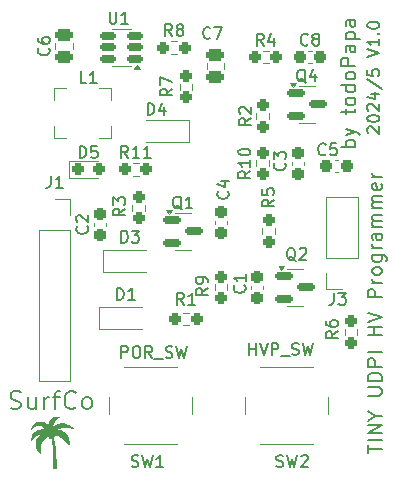
<source format=gto>
%TF.GenerationSoftware,KiCad,Pcbnew,8.0.0*%
%TF.CreationDate,2024-05-28T16:54:30+09:00*%
%TF.ProjectId,TINY202_PROG.kicad_240516_single2_pcb,54494e59-3230-4325-9f50-524f472e6b69,rev?*%
%TF.SameCoordinates,Original*%
%TF.FileFunction,Legend,Top*%
%TF.FilePolarity,Positive*%
%FSLAX46Y46*%
G04 Gerber Fmt 4.6, Leading zero omitted, Abs format (unit mm)*
G04 Created by KiCad (PCBNEW 8.0.0) date 2024-05-28 16:54:30*
%MOMM*%
%LPD*%
G01*
G04 APERTURE LIST*
G04 Aperture macros list*
%AMRoundRect*
0 Rectangle with rounded corners*
0 $1 Rounding radius*
0 $2 $3 $4 $5 $6 $7 $8 $9 X,Y pos of 4 corners*
0 Add a 4 corners polygon primitive as box body*
4,1,4,$2,$3,$4,$5,$6,$7,$8,$9,$2,$3,0*
0 Add four circle primitives for the rounded corners*
1,1,$1+$1,$2,$3*
1,1,$1+$1,$4,$5*
1,1,$1+$1,$6,$7*
1,1,$1+$1,$8,$9*
0 Add four rect primitives between the rounded corners*
20,1,$1+$1,$2,$3,$4,$5,0*
20,1,$1+$1,$4,$5,$6,$7,0*
20,1,$1+$1,$6,$7,$8,$9,0*
20,1,$1+$1,$8,$9,$2,$3,0*%
G04 Aperture macros list end*
%ADD10C,0.187500*%
%ADD11C,0.200000*%
%ADD12C,0.150000*%
%ADD13C,0.120000*%
%ADD14C,0.000000*%
%ADD15RoundRect,0.237500X-0.250000X-0.237500X0.250000X-0.237500X0.250000X0.237500X-0.250000X0.237500X0*%
%ADD16R,1.700000X1.700000*%
%ADD17O,1.700000X1.700000*%
%ADD18RoundRect,0.237500X-0.237500X0.300000X-0.237500X-0.300000X0.237500X-0.300000X0.237500X0.300000X0*%
%ADD19RoundRect,0.150000X0.512500X0.150000X-0.512500X0.150000X-0.512500X-0.150000X0.512500X-0.150000X0*%
%ADD20C,2.000000*%
%ADD21RoundRect,0.250000X0.475000X-0.250000X0.475000X0.250000X-0.475000X0.250000X-0.475000X-0.250000X0*%
%ADD22R,1.200000X1.200000*%
%ADD23RoundRect,0.237500X0.250000X0.237500X-0.250000X0.237500X-0.250000X-0.237500X0.250000X-0.237500X0*%
%ADD24RoundRect,0.237500X-0.287500X-0.237500X0.287500X-0.237500X0.287500X0.237500X-0.287500X0.237500X0*%
%ADD25RoundRect,0.150000X-0.587500X-0.150000X0.587500X-0.150000X0.587500X0.150000X-0.587500X0.150000X0*%
%ADD26RoundRect,0.237500X-0.237500X0.250000X-0.237500X-0.250000X0.237500X-0.250000X0.237500X0.250000X0*%
%ADD27RoundRect,0.237500X0.237500X-0.300000X0.237500X0.300000X-0.237500X0.300000X-0.237500X-0.300000X0*%
%ADD28RoundRect,0.237500X-0.300000X-0.237500X0.300000X-0.237500X0.300000X0.237500X-0.300000X0.237500X0*%
%ADD29RoundRect,0.237500X0.300000X0.237500X-0.300000X0.237500X-0.300000X-0.237500X0.300000X-0.237500X0*%
%ADD30RoundRect,0.237500X0.237500X-0.250000X0.237500X0.250000X-0.237500X0.250000X-0.237500X-0.250000X0*%
%ADD31R,1.500000X3.600000*%
G04 APERTURE END LIST*
D10*
X130963107Y-110936168D02*
X130915488Y-110888549D01*
X130915488Y-110888549D02*
X130867869Y-110793311D01*
X130867869Y-110793311D02*
X130867869Y-110555216D01*
X130867869Y-110555216D02*
X130915488Y-110459978D01*
X130915488Y-110459978D02*
X130963107Y-110412359D01*
X130963107Y-110412359D02*
X131058345Y-110364740D01*
X131058345Y-110364740D02*
X131153583Y-110364740D01*
X131153583Y-110364740D02*
X131296440Y-110412359D01*
X131296440Y-110412359D02*
X131867869Y-110983787D01*
X131867869Y-110983787D02*
X131867869Y-110364740D01*
X130867869Y-109745692D02*
X130867869Y-109650454D01*
X130867869Y-109650454D02*
X130915488Y-109555216D01*
X130915488Y-109555216D02*
X130963107Y-109507597D01*
X130963107Y-109507597D02*
X131058345Y-109459978D01*
X131058345Y-109459978D02*
X131248821Y-109412359D01*
X131248821Y-109412359D02*
X131486916Y-109412359D01*
X131486916Y-109412359D02*
X131677392Y-109459978D01*
X131677392Y-109459978D02*
X131772630Y-109507597D01*
X131772630Y-109507597D02*
X131820250Y-109555216D01*
X131820250Y-109555216D02*
X131867869Y-109650454D01*
X131867869Y-109650454D02*
X131867869Y-109745692D01*
X131867869Y-109745692D02*
X131820250Y-109840930D01*
X131820250Y-109840930D02*
X131772630Y-109888549D01*
X131772630Y-109888549D02*
X131677392Y-109936168D01*
X131677392Y-109936168D02*
X131486916Y-109983787D01*
X131486916Y-109983787D02*
X131248821Y-109983787D01*
X131248821Y-109983787D02*
X131058345Y-109936168D01*
X131058345Y-109936168D02*
X130963107Y-109888549D01*
X130963107Y-109888549D02*
X130915488Y-109840930D01*
X130915488Y-109840930D02*
X130867869Y-109745692D01*
X130963107Y-109031406D02*
X130915488Y-108983787D01*
X130915488Y-108983787D02*
X130867869Y-108888549D01*
X130867869Y-108888549D02*
X130867869Y-108650454D01*
X130867869Y-108650454D02*
X130915488Y-108555216D01*
X130915488Y-108555216D02*
X130963107Y-108507597D01*
X130963107Y-108507597D02*
X131058345Y-108459978D01*
X131058345Y-108459978D02*
X131153583Y-108459978D01*
X131153583Y-108459978D02*
X131296440Y-108507597D01*
X131296440Y-108507597D02*
X131867869Y-109079025D01*
X131867869Y-109079025D02*
X131867869Y-108459978D01*
X131201202Y-107602835D02*
X131867869Y-107602835D01*
X130820250Y-107840930D02*
X131534535Y-108079025D01*
X131534535Y-108079025D02*
X131534535Y-107459978D01*
X130820250Y-106364740D02*
X132105964Y-107221882D01*
X130867869Y-105555216D02*
X130867869Y-106031406D01*
X130867869Y-106031406D02*
X131344059Y-106079025D01*
X131344059Y-106079025D02*
X131296440Y-106031406D01*
X131296440Y-106031406D02*
X131248821Y-105936168D01*
X131248821Y-105936168D02*
X131248821Y-105698073D01*
X131248821Y-105698073D02*
X131296440Y-105602835D01*
X131296440Y-105602835D02*
X131344059Y-105555216D01*
X131344059Y-105555216D02*
X131439297Y-105507597D01*
X131439297Y-105507597D02*
X131677392Y-105507597D01*
X131677392Y-105507597D02*
X131772630Y-105555216D01*
X131772630Y-105555216D02*
X131820250Y-105602835D01*
X131820250Y-105602835D02*
X131867869Y-105698073D01*
X131867869Y-105698073D02*
X131867869Y-105936168D01*
X131867869Y-105936168D02*
X131820250Y-106031406D01*
X131820250Y-106031406D02*
X131772630Y-106079025D01*
X130867869Y-104459977D02*
X131867869Y-104126644D01*
X131867869Y-104126644D02*
X130867869Y-103793311D01*
X131867869Y-102936168D02*
X131867869Y-103507596D01*
X131867869Y-103221882D02*
X130867869Y-103221882D01*
X130867869Y-103221882D02*
X131010726Y-103317120D01*
X131010726Y-103317120D02*
X131105964Y-103412358D01*
X131105964Y-103412358D02*
X131153583Y-103507596D01*
X131772630Y-102507596D02*
X131820250Y-102459977D01*
X131820250Y-102459977D02*
X131867869Y-102507596D01*
X131867869Y-102507596D02*
X131820250Y-102555215D01*
X131820250Y-102555215D02*
X131772630Y-102507596D01*
X131772630Y-102507596D02*
X131867869Y-102507596D01*
X130867869Y-101840930D02*
X130867869Y-101745692D01*
X130867869Y-101745692D02*
X130915488Y-101650454D01*
X130915488Y-101650454D02*
X130963107Y-101602835D01*
X130963107Y-101602835D02*
X131058345Y-101555216D01*
X131058345Y-101555216D02*
X131248821Y-101507597D01*
X131248821Y-101507597D02*
X131486916Y-101507597D01*
X131486916Y-101507597D02*
X131677392Y-101555216D01*
X131677392Y-101555216D02*
X131772630Y-101602835D01*
X131772630Y-101602835D02*
X131820250Y-101650454D01*
X131820250Y-101650454D02*
X131867869Y-101745692D01*
X131867869Y-101745692D02*
X131867869Y-101840930D01*
X131867869Y-101840930D02*
X131820250Y-101936168D01*
X131820250Y-101936168D02*
X131772630Y-101983787D01*
X131772630Y-101983787D02*
X131677392Y-102031406D01*
X131677392Y-102031406D02*
X131486916Y-102079025D01*
X131486916Y-102079025D02*
X131248821Y-102079025D01*
X131248821Y-102079025D02*
X131058345Y-102031406D01*
X131058345Y-102031406D02*
X130963107Y-101983787D01*
X130963107Y-101983787D02*
X130915488Y-101936168D01*
X130915488Y-101936168D02*
X130867869Y-101840930D01*
X129843392Y-112090930D02*
X128643392Y-112090930D01*
X129100535Y-112090930D02*
X129043392Y-111976645D01*
X129043392Y-111976645D02*
X129043392Y-111748073D01*
X129043392Y-111748073D02*
X129100535Y-111633787D01*
X129100535Y-111633787D02*
X129157678Y-111576645D01*
X129157678Y-111576645D02*
X129271964Y-111519502D01*
X129271964Y-111519502D02*
X129614821Y-111519502D01*
X129614821Y-111519502D02*
X129729107Y-111576645D01*
X129729107Y-111576645D02*
X129786250Y-111633787D01*
X129786250Y-111633787D02*
X129843392Y-111748073D01*
X129843392Y-111748073D02*
X129843392Y-111976645D01*
X129843392Y-111976645D02*
X129786250Y-112090930D01*
X129043392Y-111119502D02*
X129843392Y-110833788D01*
X129043392Y-110548073D02*
X129843392Y-110833788D01*
X129843392Y-110833788D02*
X130129107Y-110948073D01*
X130129107Y-110948073D02*
X130186250Y-111005216D01*
X130186250Y-111005216D02*
X130243392Y-111119502D01*
X129043392Y-109348073D02*
X129043392Y-108890930D01*
X128643392Y-109176644D02*
X129671964Y-109176644D01*
X129671964Y-109176644D02*
X129786250Y-109119501D01*
X129786250Y-109119501D02*
X129843392Y-109005216D01*
X129843392Y-109005216D02*
X129843392Y-108890930D01*
X129843392Y-108319502D02*
X129786250Y-108433787D01*
X129786250Y-108433787D02*
X129729107Y-108490930D01*
X129729107Y-108490930D02*
X129614821Y-108548073D01*
X129614821Y-108548073D02*
X129271964Y-108548073D01*
X129271964Y-108548073D02*
X129157678Y-108490930D01*
X129157678Y-108490930D02*
X129100535Y-108433787D01*
X129100535Y-108433787D02*
X129043392Y-108319502D01*
X129043392Y-108319502D02*
X129043392Y-108148073D01*
X129043392Y-108148073D02*
X129100535Y-108033787D01*
X129100535Y-108033787D02*
X129157678Y-107976645D01*
X129157678Y-107976645D02*
X129271964Y-107919502D01*
X129271964Y-107919502D02*
X129614821Y-107919502D01*
X129614821Y-107919502D02*
X129729107Y-107976645D01*
X129729107Y-107976645D02*
X129786250Y-108033787D01*
X129786250Y-108033787D02*
X129843392Y-108148073D01*
X129843392Y-108148073D02*
X129843392Y-108319502D01*
X129843392Y-106890931D02*
X128643392Y-106890931D01*
X129786250Y-106890931D02*
X129843392Y-107005216D01*
X129843392Y-107005216D02*
X129843392Y-107233788D01*
X129843392Y-107233788D02*
X129786250Y-107348073D01*
X129786250Y-107348073D02*
X129729107Y-107405216D01*
X129729107Y-107405216D02*
X129614821Y-107462359D01*
X129614821Y-107462359D02*
X129271964Y-107462359D01*
X129271964Y-107462359D02*
X129157678Y-107405216D01*
X129157678Y-107405216D02*
X129100535Y-107348073D01*
X129100535Y-107348073D02*
X129043392Y-107233788D01*
X129043392Y-107233788D02*
X129043392Y-107005216D01*
X129043392Y-107005216D02*
X129100535Y-106890931D01*
X129843392Y-106148074D02*
X129786250Y-106262359D01*
X129786250Y-106262359D02*
X129729107Y-106319502D01*
X129729107Y-106319502D02*
X129614821Y-106376645D01*
X129614821Y-106376645D02*
X129271964Y-106376645D01*
X129271964Y-106376645D02*
X129157678Y-106319502D01*
X129157678Y-106319502D02*
X129100535Y-106262359D01*
X129100535Y-106262359D02*
X129043392Y-106148074D01*
X129043392Y-106148074D02*
X129043392Y-105976645D01*
X129043392Y-105976645D02*
X129100535Y-105862359D01*
X129100535Y-105862359D02*
X129157678Y-105805217D01*
X129157678Y-105805217D02*
X129271964Y-105748074D01*
X129271964Y-105748074D02*
X129614821Y-105748074D01*
X129614821Y-105748074D02*
X129729107Y-105805217D01*
X129729107Y-105805217D02*
X129786250Y-105862359D01*
X129786250Y-105862359D02*
X129843392Y-105976645D01*
X129843392Y-105976645D02*
X129843392Y-106148074D01*
X129843392Y-105233788D02*
X128643392Y-105233788D01*
X128643392Y-105233788D02*
X128643392Y-104776645D01*
X128643392Y-104776645D02*
X128700535Y-104662360D01*
X128700535Y-104662360D02*
X128757678Y-104605217D01*
X128757678Y-104605217D02*
X128871964Y-104548074D01*
X128871964Y-104548074D02*
X129043392Y-104548074D01*
X129043392Y-104548074D02*
X129157678Y-104605217D01*
X129157678Y-104605217D02*
X129214821Y-104662360D01*
X129214821Y-104662360D02*
X129271964Y-104776645D01*
X129271964Y-104776645D02*
X129271964Y-105233788D01*
X129843392Y-103519503D02*
X129214821Y-103519503D01*
X129214821Y-103519503D02*
X129100535Y-103576645D01*
X129100535Y-103576645D02*
X129043392Y-103690931D01*
X129043392Y-103690931D02*
X129043392Y-103919503D01*
X129043392Y-103919503D02*
X129100535Y-104033788D01*
X129786250Y-103519503D02*
X129843392Y-103633788D01*
X129843392Y-103633788D02*
X129843392Y-103919503D01*
X129843392Y-103919503D02*
X129786250Y-104033788D01*
X129786250Y-104033788D02*
X129671964Y-104090931D01*
X129671964Y-104090931D02*
X129557678Y-104090931D01*
X129557678Y-104090931D02*
X129443392Y-104033788D01*
X129443392Y-104033788D02*
X129386250Y-103919503D01*
X129386250Y-103919503D02*
X129386250Y-103633788D01*
X129386250Y-103633788D02*
X129329107Y-103519503D01*
X129043392Y-102948074D02*
X130243392Y-102948074D01*
X129100535Y-102948074D02*
X129043392Y-102833789D01*
X129043392Y-102833789D02*
X129043392Y-102605217D01*
X129043392Y-102605217D02*
X129100535Y-102490931D01*
X129100535Y-102490931D02*
X129157678Y-102433789D01*
X129157678Y-102433789D02*
X129271964Y-102376646D01*
X129271964Y-102376646D02*
X129614821Y-102376646D01*
X129614821Y-102376646D02*
X129729107Y-102433789D01*
X129729107Y-102433789D02*
X129786250Y-102490931D01*
X129786250Y-102490931D02*
X129843392Y-102605217D01*
X129843392Y-102605217D02*
X129843392Y-102833789D01*
X129843392Y-102833789D02*
X129786250Y-102948074D01*
X129843392Y-101348075D02*
X129214821Y-101348075D01*
X129214821Y-101348075D02*
X129100535Y-101405217D01*
X129100535Y-101405217D02*
X129043392Y-101519503D01*
X129043392Y-101519503D02*
X129043392Y-101748075D01*
X129043392Y-101748075D02*
X129100535Y-101862360D01*
X129786250Y-101348075D02*
X129843392Y-101462360D01*
X129843392Y-101462360D02*
X129843392Y-101748075D01*
X129843392Y-101748075D02*
X129786250Y-101862360D01*
X129786250Y-101862360D02*
X129671964Y-101919503D01*
X129671964Y-101919503D02*
X129557678Y-101919503D01*
X129557678Y-101919503D02*
X129443392Y-101862360D01*
X129443392Y-101862360D02*
X129386250Y-101748075D01*
X129386250Y-101748075D02*
X129386250Y-101462360D01*
X129386250Y-101462360D02*
X129329107Y-101348075D01*
D11*
X100667292Y-134234600D02*
X100881578Y-134306028D01*
X100881578Y-134306028D02*
X101238720Y-134306028D01*
X101238720Y-134306028D02*
X101381578Y-134234600D01*
X101381578Y-134234600D02*
X101453006Y-134163171D01*
X101453006Y-134163171D02*
X101524435Y-134020314D01*
X101524435Y-134020314D02*
X101524435Y-133877457D01*
X101524435Y-133877457D02*
X101453006Y-133734600D01*
X101453006Y-133734600D02*
X101381578Y-133663171D01*
X101381578Y-133663171D02*
X101238720Y-133591742D01*
X101238720Y-133591742D02*
X100953006Y-133520314D01*
X100953006Y-133520314D02*
X100810149Y-133448885D01*
X100810149Y-133448885D02*
X100738720Y-133377457D01*
X100738720Y-133377457D02*
X100667292Y-133234600D01*
X100667292Y-133234600D02*
X100667292Y-133091742D01*
X100667292Y-133091742D02*
X100738720Y-132948885D01*
X100738720Y-132948885D02*
X100810149Y-132877457D01*
X100810149Y-132877457D02*
X100953006Y-132806028D01*
X100953006Y-132806028D02*
X101310149Y-132806028D01*
X101310149Y-132806028D02*
X101524435Y-132877457D01*
X102810149Y-133306028D02*
X102810149Y-134306028D01*
X102167291Y-133306028D02*
X102167291Y-134091742D01*
X102167291Y-134091742D02*
X102238720Y-134234600D01*
X102238720Y-134234600D02*
X102381577Y-134306028D01*
X102381577Y-134306028D02*
X102595863Y-134306028D01*
X102595863Y-134306028D02*
X102738720Y-134234600D01*
X102738720Y-134234600D02*
X102810149Y-134163171D01*
X103524434Y-134306028D02*
X103524434Y-133306028D01*
X103524434Y-133591742D02*
X103595863Y-133448885D01*
X103595863Y-133448885D02*
X103667292Y-133377457D01*
X103667292Y-133377457D02*
X103810149Y-133306028D01*
X103810149Y-133306028D02*
X103953006Y-133306028D01*
X104238720Y-133306028D02*
X104810148Y-133306028D01*
X104453005Y-134306028D02*
X104453005Y-133020314D01*
X104453005Y-133020314D02*
X104524434Y-132877457D01*
X104524434Y-132877457D02*
X104667291Y-132806028D01*
X104667291Y-132806028D02*
X104810148Y-132806028D01*
X106167291Y-134163171D02*
X106095863Y-134234600D01*
X106095863Y-134234600D02*
X105881577Y-134306028D01*
X105881577Y-134306028D02*
X105738720Y-134306028D01*
X105738720Y-134306028D02*
X105524434Y-134234600D01*
X105524434Y-134234600D02*
X105381577Y-134091742D01*
X105381577Y-134091742D02*
X105310148Y-133948885D01*
X105310148Y-133948885D02*
X105238720Y-133663171D01*
X105238720Y-133663171D02*
X105238720Y-133448885D01*
X105238720Y-133448885D02*
X105310148Y-133163171D01*
X105310148Y-133163171D02*
X105381577Y-133020314D01*
X105381577Y-133020314D02*
X105524434Y-132877457D01*
X105524434Y-132877457D02*
X105738720Y-132806028D01*
X105738720Y-132806028D02*
X105881577Y-132806028D01*
X105881577Y-132806028D02*
X106095863Y-132877457D01*
X106095863Y-132877457D02*
X106167291Y-132948885D01*
X107024434Y-134306028D02*
X106881577Y-134234600D01*
X106881577Y-134234600D02*
X106810148Y-134163171D01*
X106810148Y-134163171D02*
X106738720Y-134020314D01*
X106738720Y-134020314D02*
X106738720Y-133591742D01*
X106738720Y-133591742D02*
X106810148Y-133448885D01*
X106810148Y-133448885D02*
X106881577Y-133377457D01*
X106881577Y-133377457D02*
X107024434Y-133306028D01*
X107024434Y-133306028D02*
X107238720Y-133306028D01*
X107238720Y-133306028D02*
X107381577Y-133377457D01*
X107381577Y-133377457D02*
X107453006Y-133448885D01*
X107453006Y-133448885D02*
X107524434Y-133591742D01*
X107524434Y-133591742D02*
X107524434Y-134020314D01*
X107524434Y-134020314D02*
X107453006Y-134163171D01*
X107453006Y-134163171D02*
X107381577Y-134234600D01*
X107381577Y-134234600D02*
X107238720Y-134306028D01*
X107238720Y-134306028D02*
X107024434Y-134306028D01*
D10*
X130893392Y-138012359D02*
X130893392Y-137326645D01*
X132093392Y-137669502D02*
X130893392Y-137669502D01*
X132093392Y-136926644D02*
X130893392Y-136926644D01*
X132093392Y-136355215D02*
X130893392Y-136355215D01*
X130893392Y-136355215D02*
X132093392Y-135669501D01*
X132093392Y-135669501D02*
X130893392Y-135669501D01*
X131521964Y-134869501D02*
X132093392Y-134869501D01*
X130893392Y-135269501D02*
X131521964Y-134869501D01*
X131521964Y-134869501D02*
X130893392Y-134469501D01*
X130893392Y-133155215D02*
X131864821Y-133155215D01*
X131864821Y-133155215D02*
X131979107Y-133098072D01*
X131979107Y-133098072D02*
X132036250Y-133040930D01*
X132036250Y-133040930D02*
X132093392Y-132926644D01*
X132093392Y-132926644D02*
X132093392Y-132698072D01*
X132093392Y-132698072D02*
X132036250Y-132583787D01*
X132036250Y-132583787D02*
X131979107Y-132526644D01*
X131979107Y-132526644D02*
X131864821Y-132469501D01*
X131864821Y-132469501D02*
X130893392Y-132469501D01*
X132093392Y-131898072D02*
X130893392Y-131898072D01*
X130893392Y-131898072D02*
X130893392Y-131612358D01*
X130893392Y-131612358D02*
X130950535Y-131440929D01*
X130950535Y-131440929D02*
X131064821Y-131326644D01*
X131064821Y-131326644D02*
X131179107Y-131269501D01*
X131179107Y-131269501D02*
X131407678Y-131212358D01*
X131407678Y-131212358D02*
X131579107Y-131212358D01*
X131579107Y-131212358D02*
X131807678Y-131269501D01*
X131807678Y-131269501D02*
X131921964Y-131326644D01*
X131921964Y-131326644D02*
X132036250Y-131440929D01*
X132036250Y-131440929D02*
X132093392Y-131612358D01*
X132093392Y-131612358D02*
X132093392Y-131898072D01*
X132093392Y-130698072D02*
X130893392Y-130698072D01*
X130893392Y-130698072D02*
X130893392Y-130240929D01*
X130893392Y-130240929D02*
X130950535Y-130126644D01*
X130950535Y-130126644D02*
X131007678Y-130069501D01*
X131007678Y-130069501D02*
X131121964Y-130012358D01*
X131121964Y-130012358D02*
X131293392Y-130012358D01*
X131293392Y-130012358D02*
X131407678Y-130069501D01*
X131407678Y-130069501D02*
X131464821Y-130126644D01*
X131464821Y-130126644D02*
X131521964Y-130240929D01*
X131521964Y-130240929D02*
X131521964Y-130698072D01*
X132093392Y-129498072D02*
X130893392Y-129498072D01*
X132093392Y-128012357D02*
X130893392Y-128012357D01*
X131464821Y-128012357D02*
X131464821Y-127326643D01*
X132093392Y-127326643D02*
X130893392Y-127326643D01*
X130893392Y-126926643D02*
X132093392Y-126526643D01*
X132093392Y-126526643D02*
X130893392Y-126126643D01*
X132093392Y-124812357D02*
X130893392Y-124812357D01*
X130893392Y-124812357D02*
X130893392Y-124355214D01*
X130893392Y-124355214D02*
X130950535Y-124240929D01*
X130950535Y-124240929D02*
X131007678Y-124183786D01*
X131007678Y-124183786D02*
X131121964Y-124126643D01*
X131121964Y-124126643D02*
X131293392Y-124126643D01*
X131293392Y-124126643D02*
X131407678Y-124183786D01*
X131407678Y-124183786D02*
X131464821Y-124240929D01*
X131464821Y-124240929D02*
X131521964Y-124355214D01*
X131521964Y-124355214D02*
X131521964Y-124812357D01*
X132093392Y-123612357D02*
X131293392Y-123612357D01*
X131521964Y-123612357D02*
X131407678Y-123555214D01*
X131407678Y-123555214D02*
X131350535Y-123498072D01*
X131350535Y-123498072D02*
X131293392Y-123383786D01*
X131293392Y-123383786D02*
X131293392Y-123269500D01*
X132093392Y-122698072D02*
X132036250Y-122812357D01*
X132036250Y-122812357D02*
X131979107Y-122869500D01*
X131979107Y-122869500D02*
X131864821Y-122926643D01*
X131864821Y-122926643D02*
X131521964Y-122926643D01*
X131521964Y-122926643D02*
X131407678Y-122869500D01*
X131407678Y-122869500D02*
X131350535Y-122812357D01*
X131350535Y-122812357D02*
X131293392Y-122698072D01*
X131293392Y-122698072D02*
X131293392Y-122526643D01*
X131293392Y-122526643D02*
X131350535Y-122412357D01*
X131350535Y-122412357D02*
X131407678Y-122355215D01*
X131407678Y-122355215D02*
X131521964Y-122298072D01*
X131521964Y-122298072D02*
X131864821Y-122298072D01*
X131864821Y-122298072D02*
X131979107Y-122355215D01*
X131979107Y-122355215D02*
X132036250Y-122412357D01*
X132036250Y-122412357D02*
X132093392Y-122526643D01*
X132093392Y-122526643D02*
X132093392Y-122698072D01*
X131293392Y-121269501D02*
X132264821Y-121269501D01*
X132264821Y-121269501D02*
X132379107Y-121326643D01*
X132379107Y-121326643D02*
X132436250Y-121383786D01*
X132436250Y-121383786D02*
X132493392Y-121498072D01*
X132493392Y-121498072D02*
X132493392Y-121669501D01*
X132493392Y-121669501D02*
X132436250Y-121783786D01*
X132036250Y-121269501D02*
X132093392Y-121383786D01*
X132093392Y-121383786D02*
X132093392Y-121612358D01*
X132093392Y-121612358D02*
X132036250Y-121726643D01*
X132036250Y-121726643D02*
X131979107Y-121783786D01*
X131979107Y-121783786D02*
X131864821Y-121840929D01*
X131864821Y-121840929D02*
X131521964Y-121840929D01*
X131521964Y-121840929D02*
X131407678Y-121783786D01*
X131407678Y-121783786D02*
X131350535Y-121726643D01*
X131350535Y-121726643D02*
X131293392Y-121612358D01*
X131293392Y-121612358D02*
X131293392Y-121383786D01*
X131293392Y-121383786D02*
X131350535Y-121269501D01*
X132093392Y-120698072D02*
X131293392Y-120698072D01*
X131521964Y-120698072D02*
X131407678Y-120640929D01*
X131407678Y-120640929D02*
X131350535Y-120583787D01*
X131350535Y-120583787D02*
X131293392Y-120469501D01*
X131293392Y-120469501D02*
X131293392Y-120355215D01*
X132093392Y-119440930D02*
X131464821Y-119440930D01*
X131464821Y-119440930D02*
X131350535Y-119498072D01*
X131350535Y-119498072D02*
X131293392Y-119612358D01*
X131293392Y-119612358D02*
X131293392Y-119840930D01*
X131293392Y-119840930D02*
X131350535Y-119955215D01*
X132036250Y-119440930D02*
X132093392Y-119555215D01*
X132093392Y-119555215D02*
X132093392Y-119840930D01*
X132093392Y-119840930D02*
X132036250Y-119955215D01*
X132036250Y-119955215D02*
X131921964Y-120012358D01*
X131921964Y-120012358D02*
X131807678Y-120012358D01*
X131807678Y-120012358D02*
X131693392Y-119955215D01*
X131693392Y-119955215D02*
X131636250Y-119840930D01*
X131636250Y-119840930D02*
X131636250Y-119555215D01*
X131636250Y-119555215D02*
X131579107Y-119440930D01*
X132093392Y-118869501D02*
X131293392Y-118869501D01*
X131407678Y-118869501D02*
X131350535Y-118812358D01*
X131350535Y-118812358D02*
X131293392Y-118698073D01*
X131293392Y-118698073D02*
X131293392Y-118526644D01*
X131293392Y-118526644D02*
X131350535Y-118412358D01*
X131350535Y-118412358D02*
X131464821Y-118355216D01*
X131464821Y-118355216D02*
X132093392Y-118355216D01*
X131464821Y-118355216D02*
X131350535Y-118298073D01*
X131350535Y-118298073D02*
X131293392Y-118183787D01*
X131293392Y-118183787D02*
X131293392Y-118012358D01*
X131293392Y-118012358D02*
X131350535Y-117898073D01*
X131350535Y-117898073D02*
X131464821Y-117840930D01*
X131464821Y-117840930D02*
X132093392Y-117840930D01*
X132093392Y-117269501D02*
X131293392Y-117269501D01*
X131407678Y-117269501D02*
X131350535Y-117212358D01*
X131350535Y-117212358D02*
X131293392Y-117098073D01*
X131293392Y-117098073D02*
X131293392Y-116926644D01*
X131293392Y-116926644D02*
X131350535Y-116812358D01*
X131350535Y-116812358D02*
X131464821Y-116755216D01*
X131464821Y-116755216D02*
X132093392Y-116755216D01*
X131464821Y-116755216D02*
X131350535Y-116698073D01*
X131350535Y-116698073D02*
X131293392Y-116583787D01*
X131293392Y-116583787D02*
X131293392Y-116412358D01*
X131293392Y-116412358D02*
X131350535Y-116298073D01*
X131350535Y-116298073D02*
X131464821Y-116240930D01*
X131464821Y-116240930D02*
X132093392Y-116240930D01*
X132036250Y-115212358D02*
X132093392Y-115326644D01*
X132093392Y-115326644D02*
X132093392Y-115555216D01*
X132093392Y-115555216D02*
X132036250Y-115669501D01*
X132036250Y-115669501D02*
X131921964Y-115726644D01*
X131921964Y-115726644D02*
X131464821Y-115726644D01*
X131464821Y-115726644D02*
X131350535Y-115669501D01*
X131350535Y-115669501D02*
X131293392Y-115555216D01*
X131293392Y-115555216D02*
X131293392Y-115326644D01*
X131293392Y-115326644D02*
X131350535Y-115212358D01*
X131350535Y-115212358D02*
X131464821Y-115155216D01*
X131464821Y-115155216D02*
X131579107Y-115155216D01*
X131579107Y-115155216D02*
X131693392Y-115726644D01*
X132093392Y-114640930D02*
X131293392Y-114640930D01*
X131521964Y-114640930D02*
X131407678Y-114583787D01*
X131407678Y-114583787D02*
X131350535Y-114526645D01*
X131350535Y-114526645D02*
X131293392Y-114412359D01*
X131293392Y-114412359D02*
X131293392Y-114298073D01*
D12*
X122083333Y-103524819D02*
X121750000Y-103048628D01*
X121511905Y-103524819D02*
X121511905Y-102524819D01*
X121511905Y-102524819D02*
X121892857Y-102524819D01*
X121892857Y-102524819D02*
X121988095Y-102572438D01*
X121988095Y-102572438D02*
X122035714Y-102620057D01*
X122035714Y-102620057D02*
X122083333Y-102715295D01*
X122083333Y-102715295D02*
X122083333Y-102858152D01*
X122083333Y-102858152D02*
X122035714Y-102953390D01*
X122035714Y-102953390D02*
X121988095Y-103001009D01*
X121988095Y-103001009D02*
X121892857Y-103048628D01*
X121892857Y-103048628D02*
X121511905Y-103048628D01*
X122940476Y-102858152D02*
X122940476Y-103524819D01*
X122702381Y-102477200D02*
X122464286Y-103191485D01*
X122464286Y-103191485D02*
X123083333Y-103191485D01*
X104066666Y-114559819D02*
X104066666Y-115274104D01*
X104066666Y-115274104D02*
X104019047Y-115416961D01*
X104019047Y-115416961D02*
X103923809Y-115512200D01*
X103923809Y-115512200D02*
X103780952Y-115559819D01*
X103780952Y-115559819D02*
X103685714Y-115559819D01*
X105066666Y-115559819D02*
X104495238Y-115559819D01*
X104780952Y-115559819D02*
X104780952Y-114559819D01*
X104780952Y-114559819D02*
X104685714Y-114702676D01*
X104685714Y-114702676D02*
X104590476Y-114797914D01*
X104590476Y-114797914D02*
X104495238Y-114845533D01*
X123859580Y-113466666D02*
X123907200Y-113514285D01*
X123907200Y-113514285D02*
X123954819Y-113657142D01*
X123954819Y-113657142D02*
X123954819Y-113752380D01*
X123954819Y-113752380D02*
X123907200Y-113895237D01*
X123907200Y-113895237D02*
X123811961Y-113990475D01*
X123811961Y-113990475D02*
X123716723Y-114038094D01*
X123716723Y-114038094D02*
X123526247Y-114085713D01*
X123526247Y-114085713D02*
X123383390Y-114085713D01*
X123383390Y-114085713D02*
X123192914Y-114038094D01*
X123192914Y-114038094D02*
X123097676Y-113990475D01*
X123097676Y-113990475D02*
X123002438Y-113895237D01*
X123002438Y-113895237D02*
X122954819Y-113752380D01*
X122954819Y-113752380D02*
X122954819Y-113657142D01*
X122954819Y-113657142D02*
X123002438Y-113514285D01*
X123002438Y-113514285D02*
X123050057Y-113466666D01*
X122954819Y-113133332D02*
X122954819Y-112514285D01*
X122954819Y-112514285D02*
X123335771Y-112847618D01*
X123335771Y-112847618D02*
X123335771Y-112704761D01*
X123335771Y-112704761D02*
X123383390Y-112609523D01*
X123383390Y-112609523D02*
X123431009Y-112561904D01*
X123431009Y-112561904D02*
X123526247Y-112514285D01*
X123526247Y-112514285D02*
X123764342Y-112514285D01*
X123764342Y-112514285D02*
X123859580Y-112561904D01*
X123859580Y-112561904D02*
X123907200Y-112609523D01*
X123907200Y-112609523D02*
X123954819Y-112704761D01*
X123954819Y-112704761D02*
X123954819Y-112990475D01*
X123954819Y-112990475D02*
X123907200Y-113085713D01*
X123907200Y-113085713D02*
X123859580Y-113133332D01*
X109038095Y-100654819D02*
X109038095Y-101464342D01*
X109038095Y-101464342D02*
X109085714Y-101559580D01*
X109085714Y-101559580D02*
X109133333Y-101607200D01*
X109133333Y-101607200D02*
X109228571Y-101654819D01*
X109228571Y-101654819D02*
X109419047Y-101654819D01*
X109419047Y-101654819D02*
X109514285Y-101607200D01*
X109514285Y-101607200D02*
X109561904Y-101559580D01*
X109561904Y-101559580D02*
X109609523Y-101464342D01*
X109609523Y-101464342D02*
X109609523Y-100654819D01*
X110609523Y-101654819D02*
X110038095Y-101654819D01*
X110323809Y-101654819D02*
X110323809Y-100654819D01*
X110323809Y-100654819D02*
X110228571Y-100797676D01*
X110228571Y-100797676D02*
X110133333Y-100892914D01*
X110133333Y-100892914D02*
X110038095Y-100940533D01*
X120459580Y-123829166D02*
X120507200Y-123876785D01*
X120507200Y-123876785D02*
X120554819Y-124019642D01*
X120554819Y-124019642D02*
X120554819Y-124114880D01*
X120554819Y-124114880D02*
X120507200Y-124257737D01*
X120507200Y-124257737D02*
X120411961Y-124352975D01*
X120411961Y-124352975D02*
X120316723Y-124400594D01*
X120316723Y-124400594D02*
X120126247Y-124448213D01*
X120126247Y-124448213D02*
X119983390Y-124448213D01*
X119983390Y-124448213D02*
X119792914Y-124400594D01*
X119792914Y-124400594D02*
X119697676Y-124352975D01*
X119697676Y-124352975D02*
X119602438Y-124257737D01*
X119602438Y-124257737D02*
X119554819Y-124114880D01*
X119554819Y-124114880D02*
X119554819Y-124019642D01*
X119554819Y-124019642D02*
X119602438Y-123876785D01*
X119602438Y-123876785D02*
X119650057Y-123829166D01*
X120554819Y-122876785D02*
X120554819Y-123448213D01*
X120554819Y-123162499D02*
X119554819Y-123162499D01*
X119554819Y-123162499D02*
X119697676Y-123257737D01*
X119697676Y-123257737D02*
X119792914Y-123352975D01*
X119792914Y-123352975D02*
X119840533Y-123448213D01*
X110916667Y-139157200D02*
X111059524Y-139204819D01*
X111059524Y-139204819D02*
X111297619Y-139204819D01*
X111297619Y-139204819D02*
X111392857Y-139157200D01*
X111392857Y-139157200D02*
X111440476Y-139109580D01*
X111440476Y-139109580D02*
X111488095Y-139014342D01*
X111488095Y-139014342D02*
X111488095Y-138919104D01*
X111488095Y-138919104D02*
X111440476Y-138823866D01*
X111440476Y-138823866D02*
X111392857Y-138776247D01*
X111392857Y-138776247D02*
X111297619Y-138728628D01*
X111297619Y-138728628D02*
X111107143Y-138681009D01*
X111107143Y-138681009D02*
X111011905Y-138633390D01*
X111011905Y-138633390D02*
X110964286Y-138585771D01*
X110964286Y-138585771D02*
X110916667Y-138490533D01*
X110916667Y-138490533D02*
X110916667Y-138395295D01*
X110916667Y-138395295D02*
X110964286Y-138300057D01*
X110964286Y-138300057D02*
X111011905Y-138252438D01*
X111011905Y-138252438D02*
X111107143Y-138204819D01*
X111107143Y-138204819D02*
X111345238Y-138204819D01*
X111345238Y-138204819D02*
X111488095Y-138252438D01*
X111821429Y-138204819D02*
X112059524Y-139204819D01*
X112059524Y-139204819D02*
X112250000Y-138490533D01*
X112250000Y-138490533D02*
X112440476Y-139204819D01*
X112440476Y-139204819D02*
X112678572Y-138204819D01*
X113583333Y-139204819D02*
X113011905Y-139204819D01*
X113297619Y-139204819D02*
X113297619Y-138204819D01*
X113297619Y-138204819D02*
X113202381Y-138347676D01*
X113202381Y-138347676D02*
X113107143Y-138442914D01*
X113107143Y-138442914D02*
X113011905Y-138490533D01*
X110035714Y-129954819D02*
X110035714Y-128954819D01*
X110035714Y-128954819D02*
X110416666Y-128954819D01*
X110416666Y-128954819D02*
X110511904Y-129002438D01*
X110511904Y-129002438D02*
X110559523Y-129050057D01*
X110559523Y-129050057D02*
X110607142Y-129145295D01*
X110607142Y-129145295D02*
X110607142Y-129288152D01*
X110607142Y-129288152D02*
X110559523Y-129383390D01*
X110559523Y-129383390D02*
X110511904Y-129431009D01*
X110511904Y-129431009D02*
X110416666Y-129478628D01*
X110416666Y-129478628D02*
X110035714Y-129478628D01*
X111226190Y-128954819D02*
X111416666Y-128954819D01*
X111416666Y-128954819D02*
X111511904Y-129002438D01*
X111511904Y-129002438D02*
X111607142Y-129097676D01*
X111607142Y-129097676D02*
X111654761Y-129288152D01*
X111654761Y-129288152D02*
X111654761Y-129621485D01*
X111654761Y-129621485D02*
X111607142Y-129811961D01*
X111607142Y-129811961D02*
X111511904Y-129907200D01*
X111511904Y-129907200D02*
X111416666Y-129954819D01*
X111416666Y-129954819D02*
X111226190Y-129954819D01*
X111226190Y-129954819D02*
X111130952Y-129907200D01*
X111130952Y-129907200D02*
X111035714Y-129811961D01*
X111035714Y-129811961D02*
X110988095Y-129621485D01*
X110988095Y-129621485D02*
X110988095Y-129288152D01*
X110988095Y-129288152D02*
X111035714Y-129097676D01*
X111035714Y-129097676D02*
X111130952Y-129002438D01*
X111130952Y-129002438D02*
X111226190Y-128954819D01*
X112654761Y-129954819D02*
X112321428Y-129478628D01*
X112083333Y-129954819D02*
X112083333Y-128954819D01*
X112083333Y-128954819D02*
X112464285Y-128954819D01*
X112464285Y-128954819D02*
X112559523Y-129002438D01*
X112559523Y-129002438D02*
X112607142Y-129050057D01*
X112607142Y-129050057D02*
X112654761Y-129145295D01*
X112654761Y-129145295D02*
X112654761Y-129288152D01*
X112654761Y-129288152D02*
X112607142Y-129383390D01*
X112607142Y-129383390D02*
X112559523Y-129431009D01*
X112559523Y-129431009D02*
X112464285Y-129478628D01*
X112464285Y-129478628D02*
X112083333Y-129478628D01*
X112845238Y-130050057D02*
X113607142Y-130050057D01*
X113797619Y-129907200D02*
X113940476Y-129954819D01*
X113940476Y-129954819D02*
X114178571Y-129954819D01*
X114178571Y-129954819D02*
X114273809Y-129907200D01*
X114273809Y-129907200D02*
X114321428Y-129859580D01*
X114321428Y-129859580D02*
X114369047Y-129764342D01*
X114369047Y-129764342D02*
X114369047Y-129669104D01*
X114369047Y-129669104D02*
X114321428Y-129573866D01*
X114321428Y-129573866D02*
X114273809Y-129526247D01*
X114273809Y-129526247D02*
X114178571Y-129478628D01*
X114178571Y-129478628D02*
X113988095Y-129431009D01*
X113988095Y-129431009D02*
X113892857Y-129383390D01*
X113892857Y-129383390D02*
X113845238Y-129335771D01*
X113845238Y-129335771D02*
X113797619Y-129240533D01*
X113797619Y-129240533D02*
X113797619Y-129145295D01*
X113797619Y-129145295D02*
X113845238Y-129050057D01*
X113845238Y-129050057D02*
X113892857Y-129002438D01*
X113892857Y-129002438D02*
X113988095Y-128954819D01*
X113988095Y-128954819D02*
X114226190Y-128954819D01*
X114226190Y-128954819D02*
X114369047Y-129002438D01*
X114702381Y-128954819D02*
X114940476Y-129954819D01*
X114940476Y-129954819D02*
X115130952Y-129240533D01*
X115130952Y-129240533D02*
X115321428Y-129954819D01*
X115321428Y-129954819D02*
X115559524Y-128954819D01*
X103879580Y-103729166D02*
X103927200Y-103776785D01*
X103927200Y-103776785D02*
X103974819Y-103919642D01*
X103974819Y-103919642D02*
X103974819Y-104014880D01*
X103974819Y-104014880D02*
X103927200Y-104157737D01*
X103927200Y-104157737D02*
X103831961Y-104252975D01*
X103831961Y-104252975D02*
X103736723Y-104300594D01*
X103736723Y-104300594D02*
X103546247Y-104348213D01*
X103546247Y-104348213D02*
X103403390Y-104348213D01*
X103403390Y-104348213D02*
X103212914Y-104300594D01*
X103212914Y-104300594D02*
X103117676Y-104252975D01*
X103117676Y-104252975D02*
X103022438Y-104157737D01*
X103022438Y-104157737D02*
X102974819Y-104014880D01*
X102974819Y-104014880D02*
X102974819Y-103919642D01*
X102974819Y-103919642D02*
X103022438Y-103776785D01*
X103022438Y-103776785D02*
X103070057Y-103729166D01*
X102974819Y-102872023D02*
X102974819Y-103062499D01*
X102974819Y-103062499D02*
X103022438Y-103157737D01*
X103022438Y-103157737D02*
X103070057Y-103205356D01*
X103070057Y-103205356D02*
X103212914Y-103300594D01*
X103212914Y-103300594D02*
X103403390Y-103348213D01*
X103403390Y-103348213D02*
X103784342Y-103348213D01*
X103784342Y-103348213D02*
X103879580Y-103300594D01*
X103879580Y-103300594D02*
X103927200Y-103252975D01*
X103927200Y-103252975D02*
X103974819Y-103157737D01*
X103974819Y-103157737D02*
X103974819Y-102967261D01*
X103974819Y-102967261D02*
X103927200Y-102872023D01*
X103927200Y-102872023D02*
X103879580Y-102824404D01*
X103879580Y-102824404D02*
X103784342Y-102776785D01*
X103784342Y-102776785D02*
X103546247Y-102776785D01*
X103546247Y-102776785D02*
X103451009Y-102824404D01*
X103451009Y-102824404D02*
X103403390Y-102872023D01*
X103403390Y-102872023D02*
X103355771Y-102967261D01*
X103355771Y-102967261D02*
X103355771Y-103157737D01*
X103355771Y-103157737D02*
X103403390Y-103252975D01*
X103403390Y-103252975D02*
X103451009Y-103300594D01*
X103451009Y-103300594D02*
X103546247Y-103348213D01*
X110011905Y-120204819D02*
X110011905Y-119204819D01*
X110011905Y-119204819D02*
X110250000Y-119204819D01*
X110250000Y-119204819D02*
X110392857Y-119252438D01*
X110392857Y-119252438D02*
X110488095Y-119347676D01*
X110488095Y-119347676D02*
X110535714Y-119442914D01*
X110535714Y-119442914D02*
X110583333Y-119633390D01*
X110583333Y-119633390D02*
X110583333Y-119776247D01*
X110583333Y-119776247D02*
X110535714Y-119966723D01*
X110535714Y-119966723D02*
X110488095Y-120061961D01*
X110488095Y-120061961D02*
X110392857Y-120157200D01*
X110392857Y-120157200D02*
X110250000Y-120204819D01*
X110250000Y-120204819D02*
X110011905Y-120204819D01*
X110916667Y-119204819D02*
X111535714Y-119204819D01*
X111535714Y-119204819D02*
X111202381Y-119585771D01*
X111202381Y-119585771D02*
X111345238Y-119585771D01*
X111345238Y-119585771D02*
X111440476Y-119633390D01*
X111440476Y-119633390D02*
X111488095Y-119681009D01*
X111488095Y-119681009D02*
X111535714Y-119776247D01*
X111535714Y-119776247D02*
X111535714Y-120014342D01*
X111535714Y-120014342D02*
X111488095Y-120109580D01*
X111488095Y-120109580D02*
X111440476Y-120157200D01*
X111440476Y-120157200D02*
X111345238Y-120204819D01*
X111345238Y-120204819D02*
X111059524Y-120204819D01*
X111059524Y-120204819D02*
X110964286Y-120157200D01*
X110964286Y-120157200D02*
X110916667Y-120109580D01*
X115333333Y-125454819D02*
X115000000Y-124978628D01*
X114761905Y-125454819D02*
X114761905Y-124454819D01*
X114761905Y-124454819D02*
X115142857Y-124454819D01*
X115142857Y-124454819D02*
X115238095Y-124502438D01*
X115238095Y-124502438D02*
X115285714Y-124550057D01*
X115285714Y-124550057D02*
X115333333Y-124645295D01*
X115333333Y-124645295D02*
X115333333Y-124788152D01*
X115333333Y-124788152D02*
X115285714Y-124883390D01*
X115285714Y-124883390D02*
X115238095Y-124931009D01*
X115238095Y-124931009D02*
X115142857Y-124978628D01*
X115142857Y-124978628D02*
X114761905Y-124978628D01*
X116285714Y-125454819D02*
X115714286Y-125454819D01*
X116000000Y-125454819D02*
X116000000Y-124454819D01*
X116000000Y-124454819D02*
X115904762Y-124597676D01*
X115904762Y-124597676D02*
X115809524Y-124692914D01*
X115809524Y-124692914D02*
X115714286Y-124740533D01*
X106511905Y-113024819D02*
X106511905Y-112024819D01*
X106511905Y-112024819D02*
X106750000Y-112024819D01*
X106750000Y-112024819D02*
X106892857Y-112072438D01*
X106892857Y-112072438D02*
X106988095Y-112167676D01*
X106988095Y-112167676D02*
X107035714Y-112262914D01*
X107035714Y-112262914D02*
X107083333Y-112453390D01*
X107083333Y-112453390D02*
X107083333Y-112596247D01*
X107083333Y-112596247D02*
X107035714Y-112786723D01*
X107035714Y-112786723D02*
X106988095Y-112881961D01*
X106988095Y-112881961D02*
X106892857Y-112977200D01*
X106892857Y-112977200D02*
X106750000Y-113024819D01*
X106750000Y-113024819D02*
X106511905Y-113024819D01*
X107988095Y-112024819D02*
X107511905Y-112024819D01*
X107511905Y-112024819D02*
X107464286Y-112501009D01*
X107464286Y-112501009D02*
X107511905Y-112453390D01*
X107511905Y-112453390D02*
X107607143Y-112405771D01*
X107607143Y-112405771D02*
X107845238Y-112405771D01*
X107845238Y-112405771D02*
X107940476Y-112453390D01*
X107940476Y-112453390D02*
X107988095Y-112501009D01*
X107988095Y-112501009D02*
X108035714Y-112596247D01*
X108035714Y-112596247D02*
X108035714Y-112834342D01*
X108035714Y-112834342D02*
X107988095Y-112929580D01*
X107988095Y-112929580D02*
X107940476Y-112977200D01*
X107940476Y-112977200D02*
X107845238Y-113024819D01*
X107845238Y-113024819D02*
X107607143Y-113024819D01*
X107607143Y-113024819D02*
X107511905Y-112977200D01*
X107511905Y-112977200D02*
X107464286Y-112929580D01*
X125654761Y-106650057D02*
X125559523Y-106602438D01*
X125559523Y-106602438D02*
X125464285Y-106507200D01*
X125464285Y-106507200D02*
X125321428Y-106364342D01*
X125321428Y-106364342D02*
X125226190Y-106316723D01*
X125226190Y-106316723D02*
X125130952Y-106316723D01*
X125178571Y-106554819D02*
X125083333Y-106507200D01*
X125083333Y-106507200D02*
X124988095Y-106411961D01*
X124988095Y-106411961D02*
X124940476Y-106221485D01*
X124940476Y-106221485D02*
X124940476Y-105888152D01*
X124940476Y-105888152D02*
X124988095Y-105697676D01*
X124988095Y-105697676D02*
X125083333Y-105602438D01*
X125083333Y-105602438D02*
X125178571Y-105554819D01*
X125178571Y-105554819D02*
X125369047Y-105554819D01*
X125369047Y-105554819D02*
X125464285Y-105602438D01*
X125464285Y-105602438D02*
X125559523Y-105697676D01*
X125559523Y-105697676D02*
X125607142Y-105888152D01*
X125607142Y-105888152D02*
X125607142Y-106221485D01*
X125607142Y-106221485D02*
X125559523Y-106411961D01*
X125559523Y-106411961D02*
X125464285Y-106507200D01*
X125464285Y-106507200D02*
X125369047Y-106554819D01*
X125369047Y-106554819D02*
X125178571Y-106554819D01*
X126464285Y-105888152D02*
X126464285Y-106554819D01*
X126226190Y-105507200D02*
X125988095Y-106221485D01*
X125988095Y-106221485D02*
X126607142Y-106221485D01*
X117354819Y-124054166D02*
X116878628Y-124387499D01*
X117354819Y-124625594D02*
X116354819Y-124625594D01*
X116354819Y-124625594D02*
X116354819Y-124244642D01*
X116354819Y-124244642D02*
X116402438Y-124149404D01*
X116402438Y-124149404D02*
X116450057Y-124101785D01*
X116450057Y-124101785D02*
X116545295Y-124054166D01*
X116545295Y-124054166D02*
X116688152Y-124054166D01*
X116688152Y-124054166D02*
X116783390Y-124101785D01*
X116783390Y-124101785D02*
X116831009Y-124149404D01*
X116831009Y-124149404D02*
X116878628Y-124244642D01*
X116878628Y-124244642D02*
X116878628Y-124625594D01*
X117354819Y-123577975D02*
X117354819Y-123387499D01*
X117354819Y-123387499D02*
X117307200Y-123292261D01*
X117307200Y-123292261D02*
X117259580Y-123244642D01*
X117259580Y-123244642D02*
X117116723Y-123149404D01*
X117116723Y-123149404D02*
X116926247Y-123101785D01*
X116926247Y-123101785D02*
X116545295Y-123101785D01*
X116545295Y-123101785D02*
X116450057Y-123149404D01*
X116450057Y-123149404D02*
X116402438Y-123197023D01*
X116402438Y-123197023D02*
X116354819Y-123292261D01*
X116354819Y-123292261D02*
X116354819Y-123482737D01*
X116354819Y-123482737D02*
X116402438Y-123577975D01*
X116402438Y-123577975D02*
X116450057Y-123625594D01*
X116450057Y-123625594D02*
X116545295Y-123673213D01*
X116545295Y-123673213D02*
X116783390Y-123673213D01*
X116783390Y-123673213D02*
X116878628Y-123625594D01*
X116878628Y-123625594D02*
X116926247Y-123577975D01*
X116926247Y-123577975D02*
X116973866Y-123482737D01*
X116973866Y-123482737D02*
X116973866Y-123292261D01*
X116973866Y-123292261D02*
X116926247Y-123197023D01*
X116926247Y-123197023D02*
X116878628Y-123149404D01*
X116878628Y-123149404D02*
X116783390Y-123101785D01*
X107129580Y-118829166D02*
X107177200Y-118876785D01*
X107177200Y-118876785D02*
X107224819Y-119019642D01*
X107224819Y-119019642D02*
X107224819Y-119114880D01*
X107224819Y-119114880D02*
X107177200Y-119257737D01*
X107177200Y-119257737D02*
X107081961Y-119352975D01*
X107081961Y-119352975D02*
X106986723Y-119400594D01*
X106986723Y-119400594D02*
X106796247Y-119448213D01*
X106796247Y-119448213D02*
X106653390Y-119448213D01*
X106653390Y-119448213D02*
X106462914Y-119400594D01*
X106462914Y-119400594D02*
X106367676Y-119352975D01*
X106367676Y-119352975D02*
X106272438Y-119257737D01*
X106272438Y-119257737D02*
X106224819Y-119114880D01*
X106224819Y-119114880D02*
X106224819Y-119019642D01*
X106224819Y-119019642D02*
X106272438Y-118876785D01*
X106272438Y-118876785D02*
X106320057Y-118829166D01*
X106320057Y-118448213D02*
X106272438Y-118400594D01*
X106272438Y-118400594D02*
X106224819Y-118305356D01*
X106224819Y-118305356D02*
X106224819Y-118067261D01*
X106224819Y-118067261D02*
X106272438Y-117972023D01*
X106272438Y-117972023D02*
X106320057Y-117924404D01*
X106320057Y-117924404D02*
X106415295Y-117876785D01*
X106415295Y-117876785D02*
X106510533Y-117876785D01*
X106510533Y-117876785D02*
X106653390Y-117924404D01*
X106653390Y-117924404D02*
X107224819Y-118495832D01*
X107224819Y-118495832D02*
X107224819Y-117876785D01*
X114354819Y-107166666D02*
X113878628Y-107499999D01*
X114354819Y-107738094D02*
X113354819Y-107738094D01*
X113354819Y-107738094D02*
X113354819Y-107357142D01*
X113354819Y-107357142D02*
X113402438Y-107261904D01*
X113402438Y-107261904D02*
X113450057Y-107214285D01*
X113450057Y-107214285D02*
X113545295Y-107166666D01*
X113545295Y-107166666D02*
X113688152Y-107166666D01*
X113688152Y-107166666D02*
X113783390Y-107214285D01*
X113783390Y-107214285D02*
X113831009Y-107261904D01*
X113831009Y-107261904D02*
X113878628Y-107357142D01*
X113878628Y-107357142D02*
X113878628Y-107738094D01*
X113354819Y-106833332D02*
X113354819Y-106166666D01*
X113354819Y-106166666D02*
X114354819Y-106595237D01*
X120954819Y-114142857D02*
X120478628Y-114476190D01*
X120954819Y-114714285D02*
X119954819Y-114714285D01*
X119954819Y-114714285D02*
X119954819Y-114333333D01*
X119954819Y-114333333D02*
X120002438Y-114238095D01*
X120002438Y-114238095D02*
X120050057Y-114190476D01*
X120050057Y-114190476D02*
X120145295Y-114142857D01*
X120145295Y-114142857D02*
X120288152Y-114142857D01*
X120288152Y-114142857D02*
X120383390Y-114190476D01*
X120383390Y-114190476D02*
X120431009Y-114238095D01*
X120431009Y-114238095D02*
X120478628Y-114333333D01*
X120478628Y-114333333D02*
X120478628Y-114714285D01*
X120954819Y-113190476D02*
X120954819Y-113761904D01*
X120954819Y-113476190D02*
X119954819Y-113476190D01*
X119954819Y-113476190D02*
X120097676Y-113571428D01*
X120097676Y-113571428D02*
X120192914Y-113666666D01*
X120192914Y-113666666D02*
X120240533Y-113761904D01*
X119954819Y-112571428D02*
X119954819Y-112476190D01*
X119954819Y-112476190D02*
X120002438Y-112380952D01*
X120002438Y-112380952D02*
X120050057Y-112333333D01*
X120050057Y-112333333D02*
X120145295Y-112285714D01*
X120145295Y-112285714D02*
X120335771Y-112238095D01*
X120335771Y-112238095D02*
X120573866Y-112238095D01*
X120573866Y-112238095D02*
X120764342Y-112285714D01*
X120764342Y-112285714D02*
X120859580Y-112333333D01*
X120859580Y-112333333D02*
X120907200Y-112380952D01*
X120907200Y-112380952D02*
X120954819Y-112476190D01*
X120954819Y-112476190D02*
X120954819Y-112571428D01*
X120954819Y-112571428D02*
X120907200Y-112666666D01*
X120907200Y-112666666D02*
X120859580Y-112714285D01*
X120859580Y-112714285D02*
X120764342Y-112761904D01*
X120764342Y-112761904D02*
X120573866Y-112809523D01*
X120573866Y-112809523D02*
X120335771Y-112809523D01*
X120335771Y-112809523D02*
X120145295Y-112761904D01*
X120145295Y-112761904D02*
X120050057Y-112714285D01*
X120050057Y-112714285D02*
X120002438Y-112666666D01*
X120002438Y-112666666D02*
X119954819Y-112571428D01*
X125833333Y-103429580D02*
X125785714Y-103477200D01*
X125785714Y-103477200D02*
X125642857Y-103524819D01*
X125642857Y-103524819D02*
X125547619Y-103524819D01*
X125547619Y-103524819D02*
X125404762Y-103477200D01*
X125404762Y-103477200D02*
X125309524Y-103381961D01*
X125309524Y-103381961D02*
X125261905Y-103286723D01*
X125261905Y-103286723D02*
X125214286Y-103096247D01*
X125214286Y-103096247D02*
X125214286Y-102953390D01*
X125214286Y-102953390D02*
X125261905Y-102762914D01*
X125261905Y-102762914D02*
X125309524Y-102667676D01*
X125309524Y-102667676D02*
X125404762Y-102572438D01*
X125404762Y-102572438D02*
X125547619Y-102524819D01*
X125547619Y-102524819D02*
X125642857Y-102524819D01*
X125642857Y-102524819D02*
X125785714Y-102572438D01*
X125785714Y-102572438D02*
X125833333Y-102620057D01*
X126404762Y-102953390D02*
X126309524Y-102905771D01*
X126309524Y-102905771D02*
X126261905Y-102858152D01*
X126261905Y-102858152D02*
X126214286Y-102762914D01*
X126214286Y-102762914D02*
X126214286Y-102715295D01*
X126214286Y-102715295D02*
X126261905Y-102620057D01*
X126261905Y-102620057D02*
X126309524Y-102572438D01*
X126309524Y-102572438D02*
X126404762Y-102524819D01*
X126404762Y-102524819D02*
X126595238Y-102524819D01*
X126595238Y-102524819D02*
X126690476Y-102572438D01*
X126690476Y-102572438D02*
X126738095Y-102620057D01*
X126738095Y-102620057D02*
X126785714Y-102715295D01*
X126785714Y-102715295D02*
X126785714Y-102762914D01*
X126785714Y-102762914D02*
X126738095Y-102858152D01*
X126738095Y-102858152D02*
X126690476Y-102905771D01*
X126690476Y-102905771D02*
X126595238Y-102953390D01*
X126595238Y-102953390D02*
X126404762Y-102953390D01*
X126404762Y-102953390D02*
X126309524Y-103001009D01*
X126309524Y-103001009D02*
X126261905Y-103048628D01*
X126261905Y-103048628D02*
X126214286Y-103143866D01*
X126214286Y-103143866D02*
X126214286Y-103334342D01*
X126214286Y-103334342D02*
X126261905Y-103429580D01*
X126261905Y-103429580D02*
X126309524Y-103477200D01*
X126309524Y-103477200D02*
X126404762Y-103524819D01*
X126404762Y-103524819D02*
X126595238Y-103524819D01*
X126595238Y-103524819D02*
X126690476Y-103477200D01*
X126690476Y-103477200D02*
X126738095Y-103429580D01*
X126738095Y-103429580D02*
X126785714Y-103334342D01*
X126785714Y-103334342D02*
X126785714Y-103143866D01*
X126785714Y-103143866D02*
X126738095Y-103048628D01*
X126738095Y-103048628D02*
X126690476Y-103001009D01*
X126690476Y-103001009D02*
X126595238Y-102953390D01*
X127333333Y-112709580D02*
X127285714Y-112757200D01*
X127285714Y-112757200D02*
X127142857Y-112804819D01*
X127142857Y-112804819D02*
X127047619Y-112804819D01*
X127047619Y-112804819D02*
X126904762Y-112757200D01*
X126904762Y-112757200D02*
X126809524Y-112661961D01*
X126809524Y-112661961D02*
X126761905Y-112566723D01*
X126761905Y-112566723D02*
X126714286Y-112376247D01*
X126714286Y-112376247D02*
X126714286Y-112233390D01*
X126714286Y-112233390D02*
X126761905Y-112042914D01*
X126761905Y-112042914D02*
X126809524Y-111947676D01*
X126809524Y-111947676D02*
X126904762Y-111852438D01*
X126904762Y-111852438D02*
X127047619Y-111804819D01*
X127047619Y-111804819D02*
X127142857Y-111804819D01*
X127142857Y-111804819D02*
X127285714Y-111852438D01*
X127285714Y-111852438D02*
X127333333Y-111900057D01*
X128238095Y-111804819D02*
X127761905Y-111804819D01*
X127761905Y-111804819D02*
X127714286Y-112281009D01*
X127714286Y-112281009D02*
X127761905Y-112233390D01*
X127761905Y-112233390D02*
X127857143Y-112185771D01*
X127857143Y-112185771D02*
X128095238Y-112185771D01*
X128095238Y-112185771D02*
X128190476Y-112233390D01*
X128190476Y-112233390D02*
X128238095Y-112281009D01*
X128238095Y-112281009D02*
X128285714Y-112376247D01*
X128285714Y-112376247D02*
X128285714Y-112614342D01*
X128285714Y-112614342D02*
X128238095Y-112709580D01*
X128238095Y-112709580D02*
X128190476Y-112757200D01*
X128190476Y-112757200D02*
X128095238Y-112804819D01*
X128095238Y-112804819D02*
X127857143Y-112804819D01*
X127857143Y-112804819D02*
X127761905Y-112757200D01*
X127761905Y-112757200D02*
X127714286Y-112709580D01*
X124792261Y-121750057D02*
X124697023Y-121702438D01*
X124697023Y-121702438D02*
X124601785Y-121607200D01*
X124601785Y-121607200D02*
X124458928Y-121464342D01*
X124458928Y-121464342D02*
X124363690Y-121416723D01*
X124363690Y-121416723D02*
X124268452Y-121416723D01*
X124316071Y-121654819D02*
X124220833Y-121607200D01*
X124220833Y-121607200D02*
X124125595Y-121511961D01*
X124125595Y-121511961D02*
X124077976Y-121321485D01*
X124077976Y-121321485D02*
X124077976Y-120988152D01*
X124077976Y-120988152D02*
X124125595Y-120797676D01*
X124125595Y-120797676D02*
X124220833Y-120702438D01*
X124220833Y-120702438D02*
X124316071Y-120654819D01*
X124316071Y-120654819D02*
X124506547Y-120654819D01*
X124506547Y-120654819D02*
X124601785Y-120702438D01*
X124601785Y-120702438D02*
X124697023Y-120797676D01*
X124697023Y-120797676D02*
X124744642Y-120988152D01*
X124744642Y-120988152D02*
X124744642Y-121321485D01*
X124744642Y-121321485D02*
X124697023Y-121511961D01*
X124697023Y-121511961D02*
X124601785Y-121607200D01*
X124601785Y-121607200D02*
X124506547Y-121654819D01*
X124506547Y-121654819D02*
X124316071Y-121654819D01*
X125125595Y-120750057D02*
X125173214Y-120702438D01*
X125173214Y-120702438D02*
X125268452Y-120654819D01*
X125268452Y-120654819D02*
X125506547Y-120654819D01*
X125506547Y-120654819D02*
X125601785Y-120702438D01*
X125601785Y-120702438D02*
X125649404Y-120750057D01*
X125649404Y-120750057D02*
X125697023Y-120845295D01*
X125697023Y-120845295D02*
X125697023Y-120940533D01*
X125697023Y-120940533D02*
X125649404Y-121083390D01*
X125649404Y-121083390D02*
X125077976Y-121654819D01*
X125077976Y-121654819D02*
X125697023Y-121654819D01*
X121024819Y-109666666D02*
X120548628Y-109999999D01*
X121024819Y-110238094D02*
X120024819Y-110238094D01*
X120024819Y-110238094D02*
X120024819Y-109857142D01*
X120024819Y-109857142D02*
X120072438Y-109761904D01*
X120072438Y-109761904D02*
X120120057Y-109714285D01*
X120120057Y-109714285D02*
X120215295Y-109666666D01*
X120215295Y-109666666D02*
X120358152Y-109666666D01*
X120358152Y-109666666D02*
X120453390Y-109714285D01*
X120453390Y-109714285D02*
X120501009Y-109761904D01*
X120501009Y-109761904D02*
X120548628Y-109857142D01*
X120548628Y-109857142D02*
X120548628Y-110238094D01*
X120120057Y-109285713D02*
X120072438Y-109238094D01*
X120072438Y-109238094D02*
X120024819Y-109142856D01*
X120024819Y-109142856D02*
X120024819Y-108904761D01*
X120024819Y-108904761D02*
X120072438Y-108809523D01*
X120072438Y-108809523D02*
X120120057Y-108761904D01*
X120120057Y-108761904D02*
X120215295Y-108714285D01*
X120215295Y-108714285D02*
X120310533Y-108714285D01*
X120310533Y-108714285D02*
X120453390Y-108761904D01*
X120453390Y-108761904D02*
X121024819Y-109333332D01*
X121024819Y-109333332D02*
X121024819Y-108714285D01*
X110607142Y-113024819D02*
X110273809Y-112548628D01*
X110035714Y-113024819D02*
X110035714Y-112024819D01*
X110035714Y-112024819D02*
X110416666Y-112024819D01*
X110416666Y-112024819D02*
X110511904Y-112072438D01*
X110511904Y-112072438D02*
X110559523Y-112120057D01*
X110559523Y-112120057D02*
X110607142Y-112215295D01*
X110607142Y-112215295D02*
X110607142Y-112358152D01*
X110607142Y-112358152D02*
X110559523Y-112453390D01*
X110559523Y-112453390D02*
X110511904Y-112501009D01*
X110511904Y-112501009D02*
X110416666Y-112548628D01*
X110416666Y-112548628D02*
X110035714Y-112548628D01*
X111559523Y-113024819D02*
X110988095Y-113024819D01*
X111273809Y-113024819D02*
X111273809Y-112024819D01*
X111273809Y-112024819D02*
X111178571Y-112167676D01*
X111178571Y-112167676D02*
X111083333Y-112262914D01*
X111083333Y-112262914D02*
X110988095Y-112310533D01*
X112511904Y-113024819D02*
X111940476Y-113024819D01*
X112226190Y-113024819D02*
X112226190Y-112024819D01*
X112226190Y-112024819D02*
X112130952Y-112167676D01*
X112130952Y-112167676D02*
X112035714Y-112262914D01*
X112035714Y-112262914D02*
X111940476Y-112310533D01*
X114333333Y-102712319D02*
X114000000Y-102236128D01*
X113761905Y-102712319D02*
X113761905Y-101712319D01*
X113761905Y-101712319D02*
X114142857Y-101712319D01*
X114142857Y-101712319D02*
X114238095Y-101759938D01*
X114238095Y-101759938D02*
X114285714Y-101807557D01*
X114285714Y-101807557D02*
X114333333Y-101902795D01*
X114333333Y-101902795D02*
X114333333Y-102045652D01*
X114333333Y-102045652D02*
X114285714Y-102140890D01*
X114285714Y-102140890D02*
X114238095Y-102188509D01*
X114238095Y-102188509D02*
X114142857Y-102236128D01*
X114142857Y-102236128D02*
X113761905Y-102236128D01*
X114904762Y-102140890D02*
X114809524Y-102093271D01*
X114809524Y-102093271D02*
X114761905Y-102045652D01*
X114761905Y-102045652D02*
X114714286Y-101950414D01*
X114714286Y-101950414D02*
X114714286Y-101902795D01*
X114714286Y-101902795D02*
X114761905Y-101807557D01*
X114761905Y-101807557D02*
X114809524Y-101759938D01*
X114809524Y-101759938D02*
X114904762Y-101712319D01*
X114904762Y-101712319D02*
X115095238Y-101712319D01*
X115095238Y-101712319D02*
X115190476Y-101759938D01*
X115190476Y-101759938D02*
X115238095Y-101807557D01*
X115238095Y-101807557D02*
X115285714Y-101902795D01*
X115285714Y-101902795D02*
X115285714Y-101950414D01*
X115285714Y-101950414D02*
X115238095Y-102045652D01*
X115238095Y-102045652D02*
X115190476Y-102093271D01*
X115190476Y-102093271D02*
X115095238Y-102140890D01*
X115095238Y-102140890D02*
X114904762Y-102140890D01*
X114904762Y-102140890D02*
X114809524Y-102188509D01*
X114809524Y-102188509D02*
X114761905Y-102236128D01*
X114761905Y-102236128D02*
X114714286Y-102331366D01*
X114714286Y-102331366D02*
X114714286Y-102521842D01*
X114714286Y-102521842D02*
X114761905Y-102617080D01*
X114761905Y-102617080D02*
X114809524Y-102664700D01*
X114809524Y-102664700D02*
X114904762Y-102712319D01*
X114904762Y-102712319D02*
X115095238Y-102712319D01*
X115095238Y-102712319D02*
X115190476Y-102664700D01*
X115190476Y-102664700D02*
X115238095Y-102617080D01*
X115238095Y-102617080D02*
X115285714Y-102521842D01*
X115285714Y-102521842D02*
X115285714Y-102331366D01*
X115285714Y-102331366D02*
X115238095Y-102236128D01*
X115238095Y-102236128D02*
X115190476Y-102188509D01*
X115190476Y-102188509D02*
X115095238Y-102140890D01*
X117583333Y-102859579D02*
X117535714Y-102907199D01*
X117535714Y-102907199D02*
X117392857Y-102954818D01*
X117392857Y-102954818D02*
X117297619Y-102954818D01*
X117297619Y-102954818D02*
X117154762Y-102907199D01*
X117154762Y-102907199D02*
X117059524Y-102811960D01*
X117059524Y-102811960D02*
X117011905Y-102716722D01*
X117011905Y-102716722D02*
X116964286Y-102526246D01*
X116964286Y-102526246D02*
X116964286Y-102383389D01*
X116964286Y-102383389D02*
X117011905Y-102192913D01*
X117011905Y-102192913D02*
X117059524Y-102097675D01*
X117059524Y-102097675D02*
X117154762Y-102002437D01*
X117154762Y-102002437D02*
X117297619Y-101954818D01*
X117297619Y-101954818D02*
X117392857Y-101954818D01*
X117392857Y-101954818D02*
X117535714Y-102002437D01*
X117535714Y-102002437D02*
X117583333Y-102050056D01*
X117916667Y-101954818D02*
X118583333Y-101954818D01*
X118583333Y-101954818D02*
X118154762Y-102954818D01*
X109661905Y-125054819D02*
X109661905Y-124054819D01*
X109661905Y-124054819D02*
X109900000Y-124054819D01*
X109900000Y-124054819D02*
X110042857Y-124102438D01*
X110042857Y-124102438D02*
X110138095Y-124197676D01*
X110138095Y-124197676D02*
X110185714Y-124292914D01*
X110185714Y-124292914D02*
X110233333Y-124483390D01*
X110233333Y-124483390D02*
X110233333Y-124626247D01*
X110233333Y-124626247D02*
X110185714Y-124816723D01*
X110185714Y-124816723D02*
X110138095Y-124911961D01*
X110138095Y-124911961D02*
X110042857Y-125007200D01*
X110042857Y-125007200D02*
X109900000Y-125054819D01*
X109900000Y-125054819D02*
X109661905Y-125054819D01*
X111185714Y-125054819D02*
X110614286Y-125054819D01*
X110900000Y-125054819D02*
X110900000Y-124054819D01*
X110900000Y-124054819D02*
X110804762Y-124197676D01*
X110804762Y-124197676D02*
X110709524Y-124292914D01*
X110709524Y-124292914D02*
X110614286Y-124340533D01*
X107083333Y-106704819D02*
X106607143Y-106704819D01*
X106607143Y-106704819D02*
X106607143Y-105704819D01*
X107940476Y-106704819D02*
X107369048Y-106704819D01*
X107654762Y-106704819D02*
X107654762Y-105704819D01*
X107654762Y-105704819D02*
X107559524Y-105847676D01*
X107559524Y-105847676D02*
X107464286Y-105942914D01*
X107464286Y-105942914D02*
X107369048Y-105990533D01*
X110354819Y-117329166D02*
X109878628Y-117662499D01*
X110354819Y-117900594D02*
X109354819Y-117900594D01*
X109354819Y-117900594D02*
X109354819Y-117519642D01*
X109354819Y-117519642D02*
X109402438Y-117424404D01*
X109402438Y-117424404D02*
X109450057Y-117376785D01*
X109450057Y-117376785D02*
X109545295Y-117329166D01*
X109545295Y-117329166D02*
X109688152Y-117329166D01*
X109688152Y-117329166D02*
X109783390Y-117376785D01*
X109783390Y-117376785D02*
X109831009Y-117424404D01*
X109831009Y-117424404D02*
X109878628Y-117519642D01*
X109878628Y-117519642D02*
X109878628Y-117900594D01*
X109354819Y-116995832D02*
X109354819Y-116376785D01*
X109354819Y-116376785D02*
X109735771Y-116710118D01*
X109735771Y-116710118D02*
X109735771Y-116567261D01*
X109735771Y-116567261D02*
X109783390Y-116472023D01*
X109783390Y-116472023D02*
X109831009Y-116424404D01*
X109831009Y-116424404D02*
X109926247Y-116376785D01*
X109926247Y-116376785D02*
X110164342Y-116376785D01*
X110164342Y-116376785D02*
X110259580Y-116424404D01*
X110259580Y-116424404D02*
X110307200Y-116472023D01*
X110307200Y-116472023D02*
X110354819Y-116567261D01*
X110354819Y-116567261D02*
X110354819Y-116852975D01*
X110354819Y-116852975D02*
X110307200Y-116948213D01*
X110307200Y-116948213D02*
X110259580Y-116995832D01*
X122954819Y-116566666D02*
X122478628Y-116899999D01*
X122954819Y-117138094D02*
X121954819Y-117138094D01*
X121954819Y-117138094D02*
X121954819Y-116757142D01*
X121954819Y-116757142D02*
X122002438Y-116661904D01*
X122002438Y-116661904D02*
X122050057Y-116614285D01*
X122050057Y-116614285D02*
X122145295Y-116566666D01*
X122145295Y-116566666D02*
X122288152Y-116566666D01*
X122288152Y-116566666D02*
X122383390Y-116614285D01*
X122383390Y-116614285D02*
X122431009Y-116661904D01*
X122431009Y-116661904D02*
X122478628Y-116757142D01*
X122478628Y-116757142D02*
X122478628Y-117138094D01*
X121954819Y-115661904D02*
X121954819Y-116138094D01*
X121954819Y-116138094D02*
X122431009Y-116185713D01*
X122431009Y-116185713D02*
X122383390Y-116138094D01*
X122383390Y-116138094D02*
X122335771Y-116042856D01*
X122335771Y-116042856D02*
X122335771Y-115804761D01*
X122335771Y-115804761D02*
X122383390Y-115709523D01*
X122383390Y-115709523D02*
X122431009Y-115661904D01*
X122431009Y-115661904D02*
X122526247Y-115614285D01*
X122526247Y-115614285D02*
X122764342Y-115614285D01*
X122764342Y-115614285D02*
X122859580Y-115661904D01*
X122859580Y-115661904D02*
X122907200Y-115709523D01*
X122907200Y-115709523D02*
X122954819Y-115804761D01*
X122954819Y-115804761D02*
X122954819Y-116042856D01*
X122954819Y-116042856D02*
X122907200Y-116138094D01*
X122907200Y-116138094D02*
X122859580Y-116185713D01*
X128354819Y-127716666D02*
X127878628Y-128049999D01*
X128354819Y-128288094D02*
X127354819Y-128288094D01*
X127354819Y-128288094D02*
X127354819Y-127907142D01*
X127354819Y-127907142D02*
X127402438Y-127811904D01*
X127402438Y-127811904D02*
X127450057Y-127764285D01*
X127450057Y-127764285D02*
X127545295Y-127716666D01*
X127545295Y-127716666D02*
X127688152Y-127716666D01*
X127688152Y-127716666D02*
X127783390Y-127764285D01*
X127783390Y-127764285D02*
X127831009Y-127811904D01*
X127831009Y-127811904D02*
X127878628Y-127907142D01*
X127878628Y-127907142D02*
X127878628Y-128288094D01*
X127354819Y-126859523D02*
X127354819Y-127049999D01*
X127354819Y-127049999D02*
X127402438Y-127145237D01*
X127402438Y-127145237D02*
X127450057Y-127192856D01*
X127450057Y-127192856D02*
X127592914Y-127288094D01*
X127592914Y-127288094D02*
X127783390Y-127335713D01*
X127783390Y-127335713D02*
X128164342Y-127335713D01*
X128164342Y-127335713D02*
X128259580Y-127288094D01*
X128259580Y-127288094D02*
X128307200Y-127240475D01*
X128307200Y-127240475D02*
X128354819Y-127145237D01*
X128354819Y-127145237D02*
X128354819Y-126954761D01*
X128354819Y-126954761D02*
X128307200Y-126859523D01*
X128307200Y-126859523D02*
X128259580Y-126811904D01*
X128259580Y-126811904D02*
X128164342Y-126764285D01*
X128164342Y-126764285D02*
X127926247Y-126764285D01*
X127926247Y-126764285D02*
X127831009Y-126811904D01*
X127831009Y-126811904D02*
X127783390Y-126859523D01*
X127783390Y-126859523D02*
X127735771Y-126954761D01*
X127735771Y-126954761D02*
X127735771Y-127145237D01*
X127735771Y-127145237D02*
X127783390Y-127240475D01*
X127783390Y-127240475D02*
X127831009Y-127288094D01*
X127831009Y-127288094D02*
X127926247Y-127335713D01*
X119059580Y-115866666D02*
X119107200Y-115914285D01*
X119107200Y-115914285D02*
X119154819Y-116057142D01*
X119154819Y-116057142D02*
X119154819Y-116152380D01*
X119154819Y-116152380D02*
X119107200Y-116295237D01*
X119107200Y-116295237D02*
X119011961Y-116390475D01*
X119011961Y-116390475D02*
X118916723Y-116438094D01*
X118916723Y-116438094D02*
X118726247Y-116485713D01*
X118726247Y-116485713D02*
X118583390Y-116485713D01*
X118583390Y-116485713D02*
X118392914Y-116438094D01*
X118392914Y-116438094D02*
X118297676Y-116390475D01*
X118297676Y-116390475D02*
X118202438Y-116295237D01*
X118202438Y-116295237D02*
X118154819Y-116152380D01*
X118154819Y-116152380D02*
X118154819Y-116057142D01*
X118154819Y-116057142D02*
X118202438Y-115914285D01*
X118202438Y-115914285D02*
X118250057Y-115866666D01*
X118488152Y-115009523D02*
X119154819Y-115009523D01*
X118107200Y-115247618D02*
X118821485Y-115485713D01*
X118821485Y-115485713D02*
X118821485Y-114866666D01*
X112261905Y-109404819D02*
X112261905Y-108404819D01*
X112261905Y-108404819D02*
X112500000Y-108404819D01*
X112500000Y-108404819D02*
X112642857Y-108452438D01*
X112642857Y-108452438D02*
X112738095Y-108547676D01*
X112738095Y-108547676D02*
X112785714Y-108642914D01*
X112785714Y-108642914D02*
X112833333Y-108833390D01*
X112833333Y-108833390D02*
X112833333Y-108976247D01*
X112833333Y-108976247D02*
X112785714Y-109166723D01*
X112785714Y-109166723D02*
X112738095Y-109261961D01*
X112738095Y-109261961D02*
X112642857Y-109357200D01*
X112642857Y-109357200D02*
X112500000Y-109404819D01*
X112500000Y-109404819D02*
X112261905Y-109404819D01*
X113690476Y-108738152D02*
X113690476Y-109404819D01*
X113452381Y-108357200D02*
X113214286Y-109071485D01*
X113214286Y-109071485D02*
X113833333Y-109071485D01*
X115154761Y-117400057D02*
X115059523Y-117352438D01*
X115059523Y-117352438D02*
X114964285Y-117257200D01*
X114964285Y-117257200D02*
X114821428Y-117114342D01*
X114821428Y-117114342D02*
X114726190Y-117066723D01*
X114726190Y-117066723D02*
X114630952Y-117066723D01*
X114678571Y-117304819D02*
X114583333Y-117257200D01*
X114583333Y-117257200D02*
X114488095Y-117161961D01*
X114488095Y-117161961D02*
X114440476Y-116971485D01*
X114440476Y-116971485D02*
X114440476Y-116638152D01*
X114440476Y-116638152D02*
X114488095Y-116447676D01*
X114488095Y-116447676D02*
X114583333Y-116352438D01*
X114583333Y-116352438D02*
X114678571Y-116304819D01*
X114678571Y-116304819D02*
X114869047Y-116304819D01*
X114869047Y-116304819D02*
X114964285Y-116352438D01*
X114964285Y-116352438D02*
X115059523Y-116447676D01*
X115059523Y-116447676D02*
X115107142Y-116638152D01*
X115107142Y-116638152D02*
X115107142Y-116971485D01*
X115107142Y-116971485D02*
X115059523Y-117161961D01*
X115059523Y-117161961D02*
X114964285Y-117257200D01*
X114964285Y-117257200D02*
X114869047Y-117304819D01*
X114869047Y-117304819D02*
X114678571Y-117304819D01*
X116059523Y-117304819D02*
X115488095Y-117304819D01*
X115773809Y-117304819D02*
X115773809Y-116304819D01*
X115773809Y-116304819D02*
X115678571Y-116447676D01*
X115678571Y-116447676D02*
X115583333Y-116542914D01*
X115583333Y-116542914D02*
X115488095Y-116590533D01*
X128041666Y-124454819D02*
X128041666Y-125169104D01*
X128041666Y-125169104D02*
X127994047Y-125311961D01*
X127994047Y-125311961D02*
X127898809Y-125407200D01*
X127898809Y-125407200D02*
X127755952Y-125454819D01*
X127755952Y-125454819D02*
X127660714Y-125454819D01*
X128422619Y-124454819D02*
X129041666Y-124454819D01*
X129041666Y-124454819D02*
X128708333Y-124835771D01*
X128708333Y-124835771D02*
X128851190Y-124835771D01*
X128851190Y-124835771D02*
X128946428Y-124883390D01*
X128946428Y-124883390D02*
X128994047Y-124931009D01*
X128994047Y-124931009D02*
X129041666Y-125026247D01*
X129041666Y-125026247D02*
X129041666Y-125264342D01*
X129041666Y-125264342D02*
X128994047Y-125359580D01*
X128994047Y-125359580D02*
X128946428Y-125407200D01*
X128946428Y-125407200D02*
X128851190Y-125454819D01*
X128851190Y-125454819D02*
X128565476Y-125454819D01*
X128565476Y-125454819D02*
X128470238Y-125407200D01*
X128470238Y-125407200D02*
X128422619Y-125359580D01*
X123166667Y-139157200D02*
X123309524Y-139204819D01*
X123309524Y-139204819D02*
X123547619Y-139204819D01*
X123547619Y-139204819D02*
X123642857Y-139157200D01*
X123642857Y-139157200D02*
X123690476Y-139109580D01*
X123690476Y-139109580D02*
X123738095Y-139014342D01*
X123738095Y-139014342D02*
X123738095Y-138919104D01*
X123738095Y-138919104D02*
X123690476Y-138823866D01*
X123690476Y-138823866D02*
X123642857Y-138776247D01*
X123642857Y-138776247D02*
X123547619Y-138728628D01*
X123547619Y-138728628D02*
X123357143Y-138681009D01*
X123357143Y-138681009D02*
X123261905Y-138633390D01*
X123261905Y-138633390D02*
X123214286Y-138585771D01*
X123214286Y-138585771D02*
X123166667Y-138490533D01*
X123166667Y-138490533D02*
X123166667Y-138395295D01*
X123166667Y-138395295D02*
X123214286Y-138300057D01*
X123214286Y-138300057D02*
X123261905Y-138252438D01*
X123261905Y-138252438D02*
X123357143Y-138204819D01*
X123357143Y-138204819D02*
X123595238Y-138204819D01*
X123595238Y-138204819D02*
X123738095Y-138252438D01*
X124071429Y-138204819D02*
X124309524Y-139204819D01*
X124309524Y-139204819D02*
X124500000Y-138490533D01*
X124500000Y-138490533D02*
X124690476Y-139204819D01*
X124690476Y-139204819D02*
X124928572Y-138204819D01*
X125261905Y-138300057D02*
X125309524Y-138252438D01*
X125309524Y-138252438D02*
X125404762Y-138204819D01*
X125404762Y-138204819D02*
X125642857Y-138204819D01*
X125642857Y-138204819D02*
X125738095Y-138252438D01*
X125738095Y-138252438D02*
X125785714Y-138300057D01*
X125785714Y-138300057D02*
X125833333Y-138395295D01*
X125833333Y-138395295D02*
X125833333Y-138490533D01*
X125833333Y-138490533D02*
X125785714Y-138633390D01*
X125785714Y-138633390D02*
X125214286Y-139204819D01*
X125214286Y-139204819D02*
X125833333Y-139204819D01*
X120857143Y-129704819D02*
X120857143Y-128704819D01*
X120857143Y-129181009D02*
X121428571Y-129181009D01*
X121428571Y-129704819D02*
X121428571Y-128704819D01*
X121761905Y-128704819D02*
X122095238Y-129704819D01*
X122095238Y-129704819D02*
X122428571Y-128704819D01*
X122761905Y-129704819D02*
X122761905Y-128704819D01*
X122761905Y-128704819D02*
X123142857Y-128704819D01*
X123142857Y-128704819D02*
X123238095Y-128752438D01*
X123238095Y-128752438D02*
X123285714Y-128800057D01*
X123285714Y-128800057D02*
X123333333Y-128895295D01*
X123333333Y-128895295D02*
X123333333Y-129038152D01*
X123333333Y-129038152D02*
X123285714Y-129133390D01*
X123285714Y-129133390D02*
X123238095Y-129181009D01*
X123238095Y-129181009D02*
X123142857Y-129228628D01*
X123142857Y-129228628D02*
X122761905Y-129228628D01*
X123523810Y-129800057D02*
X124285714Y-129800057D01*
X124476191Y-129657200D02*
X124619048Y-129704819D01*
X124619048Y-129704819D02*
X124857143Y-129704819D01*
X124857143Y-129704819D02*
X124952381Y-129657200D01*
X124952381Y-129657200D02*
X125000000Y-129609580D01*
X125000000Y-129609580D02*
X125047619Y-129514342D01*
X125047619Y-129514342D02*
X125047619Y-129419104D01*
X125047619Y-129419104D02*
X125000000Y-129323866D01*
X125000000Y-129323866D02*
X124952381Y-129276247D01*
X124952381Y-129276247D02*
X124857143Y-129228628D01*
X124857143Y-129228628D02*
X124666667Y-129181009D01*
X124666667Y-129181009D02*
X124571429Y-129133390D01*
X124571429Y-129133390D02*
X124523810Y-129085771D01*
X124523810Y-129085771D02*
X124476191Y-128990533D01*
X124476191Y-128990533D02*
X124476191Y-128895295D01*
X124476191Y-128895295D02*
X124523810Y-128800057D01*
X124523810Y-128800057D02*
X124571429Y-128752438D01*
X124571429Y-128752438D02*
X124666667Y-128704819D01*
X124666667Y-128704819D02*
X124904762Y-128704819D01*
X124904762Y-128704819D02*
X125047619Y-128752438D01*
X125380953Y-128704819D02*
X125619048Y-129704819D01*
X125619048Y-129704819D02*
X125809524Y-128990533D01*
X125809524Y-128990533D02*
X126000000Y-129704819D01*
X126000000Y-129704819D02*
X126238096Y-128704819D01*
D13*
%TO.C,R4*%
X121995276Y-103977500D02*
X122504724Y-103977500D01*
X121995276Y-105022500D02*
X122504724Y-105022500D01*
%TO.C,J1*%
X103070000Y-119145000D02*
X103070000Y-131905000D01*
X103070000Y-119145000D02*
X105730000Y-119145000D01*
X103070000Y-131905000D02*
X105730000Y-131905000D01*
X104400000Y-116545000D02*
X105730000Y-116545000D01*
X105730000Y-116545000D02*
X105730000Y-117875000D01*
X105730000Y-119145000D02*
X105730000Y-131905000D01*
%TO.C,C3*%
X124490000Y-113353733D02*
X124490000Y-113646267D01*
X125510000Y-113353733D02*
X125510000Y-113646267D01*
%TO.C,U1*%
X110062500Y-102115000D02*
X109262500Y-102115000D01*
X110062500Y-102115000D02*
X110862500Y-102115000D01*
X110062500Y-105235000D02*
X109262500Y-105235000D01*
X110062500Y-105235000D02*
X110862500Y-105235000D01*
X111602500Y-105515000D02*
X111122500Y-105515000D01*
X111362500Y-105185000D01*
X111602500Y-105515000D01*
G36*
X111602500Y-105515000D02*
G01*
X111122500Y-105515000D01*
X111362500Y-105185000D01*
X111602500Y-105515000D01*
G37*
%TO.C,C1*%
X120990000Y-123853733D02*
X120990000Y-124146267D01*
X122010000Y-123853733D02*
X122010000Y-124146267D01*
%TO.C,SW1*%
X109000000Y-133250000D02*
X109000000Y-134750000D01*
X110250000Y-137250000D02*
X114750000Y-137250000D01*
X114750000Y-130750000D02*
X110250000Y-130750000D01*
X116000000Y-134750000D02*
X116000000Y-133250000D01*
%TO.C,C6*%
X104465000Y-103823752D02*
X104465000Y-103301248D01*
X105935000Y-103823752D02*
X105935000Y-103301248D01*
%TO.C,D3*%
X108490000Y-120800000D02*
X108490000Y-122700000D01*
X108490000Y-120800000D02*
X112150000Y-120800000D01*
X108490000Y-122700000D02*
X112150000Y-122700000D01*
%TO.C,R1*%
X115754724Y-126165000D02*
X115245276Y-126165000D01*
X115754724Y-127210000D02*
X115245276Y-127210000D01*
%TO.C,D5*%
X105590000Y-113265000D02*
X105590000Y-114735000D01*
X105590000Y-114735000D02*
X108050000Y-114735000D01*
X108050000Y-113265000D02*
X105590000Y-113265000D01*
%TO.C,Q4*%
X125750000Y-106940000D02*
X125100000Y-106940000D01*
X125750000Y-106940000D02*
X126400000Y-106940000D01*
X125750000Y-110060000D02*
X125100000Y-110060000D01*
X125750000Y-110060000D02*
X126400000Y-110060000D01*
X124587500Y-106990000D02*
X124347500Y-106660000D01*
X124827500Y-106660000D01*
X124587500Y-106990000D01*
G36*
X124587500Y-106990000D02*
G01*
X124347500Y-106660000D01*
X124827500Y-106660000D01*
X124587500Y-106990000D01*
G37*
%TO.C,R9*%
X117977500Y-123745276D02*
X117977500Y-124254724D01*
X119022500Y-123745276D02*
X119022500Y-124254724D01*
%TO.C,C2*%
X107690000Y-118808767D02*
X107690000Y-118516233D01*
X108710000Y-118808767D02*
X108710000Y-118516233D01*
%TO.C,R7*%
X114977500Y-106745276D02*
X114977500Y-107254724D01*
X116022500Y-106745276D02*
X116022500Y-107254724D01*
%TO.C,R10*%
X121477500Y-113245276D02*
X121477500Y-113754724D01*
X122522500Y-113245276D02*
X122522500Y-113754724D01*
%TO.C,C8*%
X125853733Y-103990000D02*
X126146267Y-103990000D01*
X125853733Y-105010000D02*
X126146267Y-105010000D01*
%TO.C,C5*%
X128396267Y-113240000D02*
X128103733Y-113240000D01*
X128396267Y-114260000D02*
X128103733Y-114260000D01*
D14*
%TO.C,G\u002A\u002A\u002A*%
G36*
X104731754Y-135064177D02*
G01*
X104538026Y-135213895D01*
X104401395Y-135373899D01*
X104313920Y-135555382D01*
X104276992Y-135705186D01*
X104254754Y-135835276D01*
X104346903Y-135747583D01*
X104510856Y-135632007D01*
X104714924Y-135550498D01*
X104941824Y-135506524D01*
X105174276Y-135503550D01*
X105379636Y-135540429D01*
X105631045Y-135640895D01*
X105855322Y-135783923D01*
X105926953Y-135845283D01*
X105999878Y-135923123D01*
X106016887Y-135969224D01*
X105977342Y-135984310D01*
X105880602Y-135969104D01*
X105829386Y-135955723D01*
X105679989Y-135925553D01*
X105500137Y-135906767D01*
X105306953Y-135899273D01*
X105117561Y-135902977D01*
X104949082Y-135917785D01*
X104818641Y-135943604D01*
X104771245Y-135961492D01*
X104698081Y-136000863D01*
X104659588Y-136027584D01*
X104657756Y-136032297D01*
X104692956Y-136041570D01*
X104769949Y-136053425D01*
X104805904Y-136057843D01*
X104990657Y-136108938D01*
X105174221Y-136213390D01*
X105344458Y-136360444D01*
X105489229Y-136539340D01*
X105596397Y-136739320D01*
X105607759Y-136768524D01*
X105649182Y-136896884D01*
X105683399Y-137033577D01*
X105708181Y-137164424D01*
X105721300Y-137275244D01*
X105720525Y-137351858D01*
X105703911Y-137380090D01*
X105669619Y-137359033D01*
X105599694Y-137302117D01*
X105505237Y-137218720D01*
X105424832Y-137144303D01*
X105255116Y-136984638D01*
X105123126Y-136862786D01*
X105019278Y-136771918D01*
X104933986Y-136705210D01*
X104857668Y-136655833D01*
X104780739Y-136616962D01*
X104693614Y-136581770D01*
X104586709Y-136543429D01*
X104575908Y-136539633D01*
X104390269Y-136474386D01*
X104390269Y-136546726D01*
X104374980Y-136620985D01*
X104354086Y-136655249D01*
X104340582Y-136692839D01*
X104341898Y-136769735D01*
X104358706Y-136894196D01*
X104385740Y-137043892D01*
X104429302Y-137287911D01*
X104465227Y-137531853D01*
X104495097Y-137790289D01*
X104520497Y-138077790D01*
X104543009Y-138408927D01*
X104553023Y-138583419D01*
X104566586Y-138823764D01*
X104576653Y-139006810D01*
X104581865Y-139140270D01*
X104580863Y-139231856D01*
X104572289Y-139289279D01*
X104554784Y-139320251D01*
X104526988Y-139332484D01*
X104487544Y-139333689D01*
X104435091Y-139331578D01*
X104421218Y-139331434D01*
X104257032Y-139331434D01*
X104278637Y-138933035D01*
X104285708Y-138634225D01*
X104278432Y-138291083D01*
X104258059Y-137922425D01*
X104225839Y-137547067D01*
X104183021Y-137183823D01*
X104146184Y-136939466D01*
X104128734Y-136873332D01*
X104092179Y-136849861D01*
X104017488Y-136853416D01*
X103939502Y-136855922D01*
X103901418Y-136830442D01*
X103884134Y-136781885D01*
X103875233Y-136697704D01*
X103883409Y-136643809D01*
X103892395Y-136608631D01*
X103867056Y-136619734D01*
X103846263Y-136635605D01*
X103793448Y-136679106D01*
X103772343Y-136698686D01*
X103737439Y-136727165D01*
X103670472Y-136776197D01*
X103647492Y-136792397D01*
X103480050Y-136948661D01*
X103356645Y-137152250D01*
X103277630Y-137402296D01*
X103243356Y-137697933D01*
X103241837Y-137792583D01*
X103243076Y-138091247D01*
X103134942Y-138004965D01*
X103062445Y-137929211D01*
X102983566Y-137819757D01*
X102926640Y-137721337D01*
X102845067Y-137492100D01*
X102821131Y-137250600D01*
X102852988Y-137010058D01*
X102938795Y-136783699D01*
X103076709Y-136584745D01*
X103086551Y-136574021D01*
X103151268Y-136500994D01*
X103188864Y-136451275D01*
X103192528Y-136436957D01*
X103152404Y-136447385D01*
X103071076Y-136474361D01*
X102991806Y-136502701D01*
X102886022Y-136550232D01*
X102786629Y-136617025D01*
X102676855Y-136715679D01*
X102591370Y-136803517D01*
X102369807Y-137038605D01*
X102390764Y-136908515D01*
X102439334Y-136677067D01*
X102506101Y-136496772D01*
X102598977Y-136354557D01*
X102725872Y-136237349D01*
X102843222Y-136160826D01*
X102963623Y-136104405D01*
X103116201Y-136051169D01*
X103274820Y-136008684D01*
X103413340Y-135984513D01*
X103462418Y-135981627D01*
X103549634Y-135981627D01*
X103473985Y-135886584D01*
X103372904Y-135802729D01*
X103242254Y-135756494D01*
X103091702Y-135729456D01*
X102967523Y-135727641D01*
X102852492Y-135755835D01*
X102729382Y-135818823D01*
X102580968Y-135921391D01*
X102541253Y-135951227D01*
X102451736Y-136015580D01*
X102383929Y-136057708D01*
X102352409Y-136068561D01*
X102352344Y-136068499D01*
X102352384Y-136027071D01*
X102382075Y-135947624D01*
X102433827Y-135845471D01*
X102500050Y-135735920D01*
X102557902Y-135653827D01*
X102650306Y-135552796D01*
X102757601Y-135463601D01*
X102816595Y-135426862D01*
X102895645Y-135390822D01*
X102971379Y-135371091D01*
X103064835Y-135364894D01*
X103197054Y-135369462D01*
X103235045Y-135371736D01*
X103411128Y-135389308D01*
X103541692Y-135421459D01*
X103645885Y-135475753D01*
X103742853Y-135559752D01*
X103762370Y-135580044D01*
X103833702Y-135655776D01*
X103892419Y-135457982D01*
X103989411Y-135238520D01*
X104086296Y-135108680D01*
X104221455Y-134957171D01*
X104574172Y-134946342D01*
X104926889Y-134935514D01*
X104731754Y-135064177D01*
G37*
D13*
%TO.C,Q2*%
X124750000Y-122440000D02*
X124100000Y-122440000D01*
X124750000Y-122440000D02*
X125400000Y-122440000D01*
X124750000Y-125560000D02*
X124100000Y-125560000D01*
X124750000Y-125560000D02*
X125400000Y-125560000D01*
X123587500Y-122490000D02*
X123347500Y-122160000D01*
X123827500Y-122160000D01*
X123587500Y-122490000D01*
G36*
X123587500Y-122490000D02*
G01*
X123347500Y-122160000D01*
X123827500Y-122160000D01*
X123587500Y-122490000D01*
G37*
%TO.C,R2*%
X121477500Y-109754724D02*
X121477500Y-109245276D01*
X122522500Y-109754724D02*
X122522500Y-109245276D01*
%TO.C,R11*%
X110995276Y-113477500D02*
X111504724Y-113477500D01*
X110995276Y-114522500D02*
X111504724Y-114522500D01*
%TO.C,R8*%
X114245276Y-103165000D02*
X114754724Y-103165000D01*
X114245276Y-104210000D02*
X114754724Y-104210000D01*
%TO.C,C7*%
X117265000Y-105511252D02*
X117265000Y-104988748D01*
X118735000Y-105511252D02*
X118735000Y-104988748D01*
%TO.C,D1*%
X108140000Y-125650000D02*
X108140000Y-127550000D01*
X108140000Y-125650000D02*
X111800000Y-125650000D01*
X108140000Y-127550000D02*
X111800000Y-127550000D01*
%TO.C,L1*%
X104365000Y-107140000D02*
X104365000Y-108165000D01*
X104365000Y-107140000D02*
X105390000Y-107140000D01*
X104365000Y-111360000D02*
X104365000Y-110335000D01*
X104365000Y-111360000D02*
X105390000Y-111360000D01*
X109135000Y-107140000D02*
X108110000Y-107140000D01*
X109135000Y-107140000D02*
X109135000Y-108165000D01*
X109135000Y-111360000D02*
X108110000Y-111360000D01*
X109135000Y-111360000D02*
X109135000Y-110335000D01*
%TO.C,R3*%
X110977500Y-116995276D02*
X110977500Y-117504724D01*
X112022500Y-116995276D02*
X112022500Y-117504724D01*
%TO.C,R5*%
X121977500Y-118945276D02*
X121977500Y-119454724D01*
X123022500Y-118945276D02*
X123022500Y-119454724D01*
%TO.C,R6*%
X128977500Y-127495276D02*
X128977500Y-128004724D01*
X130022500Y-127495276D02*
X130022500Y-128004724D01*
%TO.C,C4*%
X117990000Y-118646267D02*
X117990000Y-118353733D01*
X119010000Y-118646267D02*
X119010000Y-118353733D01*
%TO.C,D4*%
X115760000Y-109800000D02*
X112100000Y-109800000D01*
X115760000Y-111700000D02*
X112100000Y-111700000D01*
X115760000Y-111700000D02*
X115760000Y-109800000D01*
%TO.C,Q1*%
X115250000Y-117690000D02*
X114600000Y-117690000D01*
X115250000Y-117690000D02*
X115900000Y-117690000D01*
X115250000Y-120810000D02*
X114600000Y-120810000D01*
X115250000Y-120810000D02*
X115900000Y-120810000D01*
X114087500Y-117740000D02*
X113847500Y-117410000D01*
X114327500Y-117410000D01*
X114087500Y-117740000D01*
G36*
X114087500Y-117740000D02*
G01*
X113847500Y-117410000D01*
X114327500Y-117410000D01*
X114087500Y-117740000D01*
G37*
%TO.C,J3*%
X127395000Y-121505000D02*
X127395000Y-116365000D01*
X127395000Y-124105000D02*
X127395000Y-122775000D01*
X128725000Y-124105000D02*
X127395000Y-124105000D01*
X130055000Y-116365000D02*
X127395000Y-116365000D01*
X130055000Y-121505000D02*
X127395000Y-121505000D01*
X130055000Y-121505000D02*
X130055000Y-116365000D01*
%TO.C,SW2*%
X120500000Y-133250000D02*
X120500000Y-134750000D01*
X121750000Y-137250000D02*
X126250000Y-137250000D01*
X126250000Y-130750000D02*
X121750000Y-130750000D01*
X127500000Y-134750000D02*
X127500000Y-133250000D01*
%TD*%
%LPC*%
D15*
%TO.C,R4*%
X121337500Y-104500000D03*
X123162500Y-104500000D03*
%TD*%
D16*
%TO.C,J1*%
X104400000Y-117875000D03*
D17*
X104400000Y-120415000D03*
X104400000Y-122955000D03*
X104400000Y-125495000D03*
X104400000Y-128035000D03*
X104400000Y-130575000D03*
%TD*%
D18*
%TO.C,C3*%
X125000000Y-112637500D03*
X125000000Y-114362500D03*
%TD*%
D19*
%TO.C,U1*%
X111200000Y-104625000D03*
X111200000Y-103675000D03*
X111200000Y-102725000D03*
X108925000Y-102725000D03*
X108925000Y-103675000D03*
X108925000Y-104625000D03*
%TD*%
D18*
%TO.C,C1*%
X121500000Y-123137500D03*
X121500000Y-124862500D03*
%TD*%
D20*
%TO.C,SW1*%
X109250000Y-131750000D03*
X115750000Y-131750000D03*
X109250000Y-136250000D03*
X115750000Y-136250000D03*
%TD*%
D21*
%TO.C,C6*%
X105200000Y-104512500D03*
X105200000Y-102612500D03*
%TD*%
D22*
%TO.C,D3*%
X109350000Y-121750000D03*
X112150000Y-121750000D03*
%TD*%
D23*
%TO.C,R1*%
X116412500Y-126687500D03*
X114587500Y-126687500D03*
%TD*%
D24*
%TO.C,D5*%
X106375000Y-114000000D03*
X108125000Y-114000000D03*
%TD*%
D25*
%TO.C,Q4*%
X124812500Y-107550000D03*
X124812500Y-109450000D03*
X126687500Y-108500000D03*
%TD*%
D26*
%TO.C,R9*%
X118500000Y-123087500D03*
X118500000Y-124912500D03*
%TD*%
D27*
%TO.C,C2*%
X108200000Y-119525000D03*
X108200000Y-117800000D03*
%TD*%
D26*
%TO.C,R7*%
X115500000Y-106087500D03*
X115500000Y-107912500D03*
%TD*%
%TO.C,R10*%
X122000000Y-112587500D03*
X122000000Y-114412500D03*
%TD*%
D28*
%TO.C,C8*%
X125137500Y-104500000D03*
X126862500Y-104500000D03*
%TD*%
D29*
%TO.C,C5*%
X129112500Y-113750000D03*
X127387500Y-113750000D03*
%TD*%
D25*
%TO.C,Q2*%
X123812500Y-123050000D03*
X123812500Y-124950000D03*
X125687500Y-124000000D03*
%TD*%
D30*
%TO.C,R2*%
X122000000Y-110412500D03*
X122000000Y-108587500D03*
%TD*%
D15*
%TO.C,R11*%
X110337500Y-114000000D03*
X112162500Y-114000000D03*
%TD*%
%TO.C,R8*%
X113587500Y-103687500D03*
X115412500Y-103687500D03*
%TD*%
D21*
%TO.C,C7*%
X118000000Y-106200000D03*
X118000000Y-104300000D03*
%TD*%
D22*
%TO.C,D1*%
X109000000Y-126600000D03*
X111800000Y-126600000D03*
%TD*%
D31*
%TO.C,L1*%
X105225000Y-109250000D03*
X108275000Y-109250000D03*
%TD*%
D26*
%TO.C,R3*%
X111500000Y-116337500D03*
X111500000Y-118162500D03*
%TD*%
%TO.C,R5*%
X122500000Y-118287500D03*
X122500000Y-120112500D03*
%TD*%
%TO.C,R6*%
X129500000Y-126837500D03*
X129500000Y-128662500D03*
%TD*%
D27*
%TO.C,C4*%
X118500000Y-119362500D03*
X118500000Y-117637500D03*
%TD*%
D22*
%TO.C,D4*%
X114900000Y-110750000D03*
X112100000Y-110750000D03*
%TD*%
D25*
%TO.C,Q1*%
X114312500Y-118300000D03*
X114312500Y-120200000D03*
X116187500Y-119250000D03*
%TD*%
D16*
%TO.C,J3*%
X128725000Y-122775000D03*
D17*
X128725000Y-120235000D03*
X128725000Y-117695000D03*
%TD*%
D20*
%TO.C,SW2*%
X120750000Y-131750000D03*
X127250000Y-131750000D03*
X120750000Y-136250000D03*
X127250000Y-136250000D03*
%TD*%
%LPD*%
M02*

</source>
